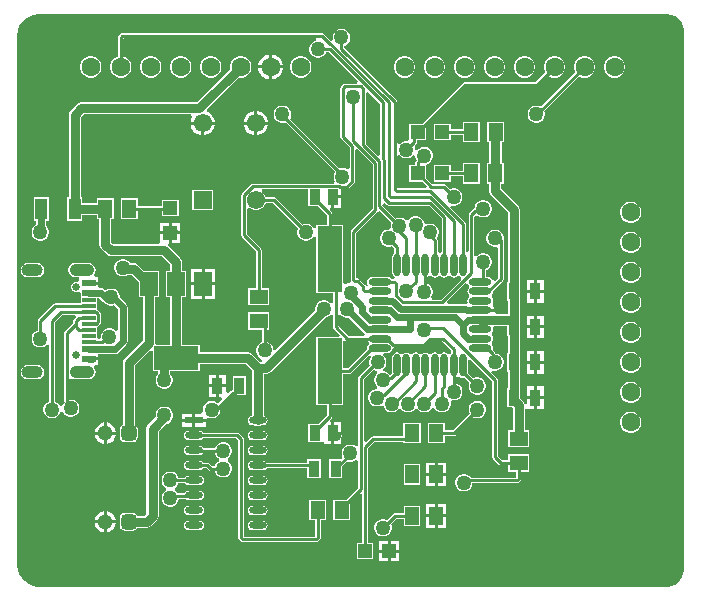
<source format=gtl>
G04*
G04 #@! TF.GenerationSoftware,Altium Limited,Altium Designer Develop,26.2.0 (10)*
G04*
G04 Layer_Physical_Order=1*
G04 Layer_Color=255*
%FSLAX44Y44*%
%MOMM*%
G71*
G04*
G04 #@! TF.SameCoordinates,717AC42B-03D0-4F6F-A9B9-6B288F40F31D*
G04*
G04*
G04 #@! TF.FilePolarity,Positive*
G04*
G01*
G75*
%ADD10C,0.6000*%
%ADD14R,1.1938X1.1938*%
%ADD15R,1.2552X1.5562*%
%ADD16R,1.5562X1.2552*%
%ADD17R,0.9500X1.4000*%
%ADD18O,0.6000X1.9500*%
%ADD19O,1.9500X0.6000*%
%ADD20R,1.5000X2.0000*%
%ADD21R,1.0000X1.8000*%
%ADD22R,3.8000X2.0000*%
%ADD23O,1.5000X0.6000*%
%ADD24R,1.1587X1.5082*%
%ADD25R,0.9500X1.3500*%
%ADD26R,1.2000X1.2000*%
%ADD27R,1.1500X0.6000*%
%ADD28R,1.5000X0.6000*%
%ADD29R,1.2000X1.2000*%
%ADD30R,1.1500X0.3000*%
%ADD31R,2.1000X5.6000*%
%ADD38C,1.5500*%
%ADD40R,1.5500X1.5500*%
%ADD41C,0.6500*%
G04:AMPARAMS|DCode=42|XSize=1mm|YSize=2.1mm|CornerRadius=0.5mm|HoleSize=0mm|Usage=FLASHONLY|Rotation=270.000|XOffset=0mm|YOffset=0mm|HoleType=Round|Shape=RoundedRectangle|*
%AMROUNDEDRECTD42*
21,1,1.0000,1.1000,0,0,270.0*
21,1,0.0000,2.1000,0,0,270.0*
1,1,1.0000,-0.5500,0.0000*
1,1,1.0000,-0.5500,0.0000*
1,1,1.0000,0.5500,0.0000*
1,1,1.0000,0.5500,0.0000*
%
%ADD42ROUNDEDRECTD42*%
G04:AMPARAMS|DCode=43|XSize=1mm|YSize=1.8mm|CornerRadius=0.5mm|HoleSize=0mm|Usage=FLASHONLY|Rotation=270.000|XOffset=0mm|YOffset=0mm|HoleType=Round|Shape=RoundedRectangle|*
%AMROUNDEDRECTD43*
21,1,1.0000,0.8000,0,0,270.0*
21,1,0.0000,1.8000,0,0,270.0*
1,1,1.0000,-0.4000,0.0000*
1,1,1.0000,-0.4000,0.0000*
1,1,1.0000,0.4000,0.0000*
1,1,1.0000,0.4000,0.0000*
%
%ADD43ROUNDEDRECTD43*%
%ADD45C,0.2540*%
%ADD46C,0.8000*%
%ADD47C,1.6000*%
G04:AMPARAMS|DCode=48|XSize=1.3mm|YSize=1.3mm|CornerRadius=0.325mm|HoleSize=0mm|Usage=FLASHONLY|Rotation=0.000|XOffset=0mm|YOffset=0mm|HoleType=Round|Shape=RoundedRectangle|*
%AMROUNDEDRECTD48*
21,1,1.3000,0.6500,0,0,0.0*
21,1,0.6500,1.3000,0,0,0.0*
1,1,0.6500,0.3250,-0.3250*
1,1,0.6500,-0.3250,-0.3250*
1,1,0.6500,-0.3250,0.3250*
1,1,0.6500,0.3250,0.3250*
%
%ADD48ROUNDEDRECTD48*%
%ADD49C,1.3000*%
%ADD50C,1.2700*%
G36*
X1225000Y1010000D02*
X1226477Y1010000D01*
X1229375Y1009424D01*
X1232105Y1008293D01*
X1234562Y1006651D01*
X1236651Y1004562D01*
X1238293Y1002105D01*
X1239424Y999375D01*
X1239924Y996857D01*
X1240000Y995002D01*
Y995000D01*
X1240000Y995000D01*
X1240000Y995000D01*
X1240000Y540000D01*
X1240000Y538523D01*
X1239424Y535625D01*
X1238293Y532895D01*
X1236651Y530438D01*
X1234562Y528349D01*
X1232105Y526707D01*
X1229375Y525576D01*
X1226857Y525075D01*
X1225000Y525000D01*
X1225000Y525000D01*
Y525000D01*
X695000D01*
X693030Y525000D01*
X689166Y525769D01*
X685526Y527276D01*
X682251Y529465D01*
X679465Y532251D01*
X677276Y535526D01*
X675769Y539166D01*
X675000Y543030D01*
X675000Y545000D01*
X675000Y545000D01*
X675000Y990000D01*
Y991970D01*
X675769Y995834D01*
X677276Y999473D01*
X679465Y1002749D01*
X682251Y1005535D01*
X685527Y1007724D01*
X689166Y1009231D01*
X693030Y1010000D01*
X695000D01*
Y1010000D01*
X1225000Y1010000D01*
D02*
G37*
%LPC*%
G36*
X950968Y997350D02*
X949032D01*
X947163Y996849D01*
X945487Y995882D01*
X944118Y994513D01*
X943151Y992837D01*
X942650Y990968D01*
Y989032D01*
X942865Y988230D01*
X941072Y987195D01*
X935118Y993149D01*
X934367Y993650D01*
X933482Y993827D01*
X764488D01*
X763602Y993650D01*
X762851Y993149D01*
X761363Y991661D01*
X760862Y990910D01*
X760686Y990024D01*
Y973697D01*
X759526Y973387D01*
X757474Y972202D01*
X755798Y970526D01*
X754613Y968474D01*
X754000Y966185D01*
Y963815D01*
X754613Y961526D01*
X755798Y959474D01*
X757474Y957798D01*
X759526Y956613D01*
X761815Y956000D01*
X764185D01*
X766474Y956613D01*
X768526Y957798D01*
X770202Y959474D01*
X771387Y961526D01*
X772000Y963815D01*
Y966185D01*
X771387Y968474D01*
X770202Y970526D01*
X768526Y972202D01*
X766474Y973387D01*
X765314Y973697D01*
Y989065D01*
X765447Y989198D01*
X928200D01*
X928464Y987198D01*
X927163Y986849D01*
X925487Y985882D01*
X924118Y984513D01*
X923151Y982837D01*
X922650Y980968D01*
Y979032D01*
X923151Y977163D01*
X924118Y975487D01*
X925487Y974118D01*
X927163Y973151D01*
X929032Y972650D01*
X930968D01*
X932837Y973151D01*
X934513Y974118D01*
X935882Y975487D01*
X936849Y977163D01*
X936989Y977685D01*
X939029D01*
X963981Y952733D01*
X963216Y950885D01*
X952868D01*
X951982Y950709D01*
X951231Y950207D01*
X949743Y948719D01*
X949242Y947968D01*
X949065Y947083D01*
Y905804D01*
X949242Y904919D01*
X949743Y904168D01*
X956993Y896918D01*
Y879188D01*
X955824Y878513D01*
X954993Y878272D01*
X953524Y879120D01*
X951655Y879620D01*
X949719D01*
X948073Y879179D01*
X906205Y921047D01*
X906849Y922163D01*
X907350Y924032D01*
Y925968D01*
X906849Y927837D01*
X905882Y929513D01*
X904513Y930882D01*
X902837Y931849D01*
X900968Y932350D01*
X899032D01*
X897163Y931849D01*
X895487Y930882D01*
X894118Y929513D01*
X893151Y927837D01*
X892650Y925968D01*
Y924032D01*
X893151Y922163D01*
X894118Y920487D01*
X895487Y919118D01*
X897163Y918151D01*
X899032Y917650D01*
X900968D01*
X902614Y918091D01*
X944482Y876223D01*
X943838Y875107D01*
X943337Y873238D01*
Y871303D01*
X943838Y869433D01*
X944473Y868335D01*
X943794Y866733D01*
X943400Y866335D01*
X874850D01*
X873964Y866158D01*
X873213Y865657D01*
X865843Y858287D01*
X865342Y857536D01*
X865165Y856650D01*
Y822343D01*
X865342Y821457D01*
X865843Y820707D01*
X877685Y808865D01*
Y777786D01*
X871219D01*
Y763233D01*
X888781D01*
Y777786D01*
X882315D01*
Y809823D01*
X882138Y810709D01*
X881637Y811460D01*
X869794Y823302D01*
Y845003D01*
X871795Y845831D01*
X872127Y845498D01*
X874123Y844346D01*
X876348Y843750D01*
X878652D01*
X880877Y844346D01*
X882873Y845498D01*
X884502Y847127D01*
X885654Y849123D01*
X885938Y850185D01*
X891541D01*
X913421Y828306D01*
X913151Y827837D01*
X912650Y825968D01*
Y824032D01*
X913151Y822163D01*
X914118Y820487D01*
X915487Y819118D01*
X917163Y818151D01*
X919032Y817650D01*
X920968D01*
X922837Y818151D01*
X924513Y819118D01*
X925882Y820487D01*
X926500Y821558D01*
X928500Y821022D01*
Y773500D01*
X942685D01*
Y765388D01*
X941525Y764825D01*
X940686Y764709D01*
X939513Y765882D01*
X937837Y766849D01*
X935968Y767350D01*
X934032D01*
X932163Y766849D01*
X930487Y765882D01*
X929118Y764513D01*
X928151Y762837D01*
X927650Y760968D01*
Y759032D01*
X927697Y758856D01*
X894350Y725508D01*
X893188Y725775D01*
X892272Y726259D01*
X891849Y727837D01*
X890882Y729513D01*
X889513Y730882D01*
X887837Y731849D01*
X887315Y731989D01*
Y742724D01*
X888781D01*
Y757276D01*
X871219D01*
Y742724D01*
X882685D01*
Y731989D01*
X882163Y731849D01*
X880487Y730882D01*
X879118Y729513D01*
X878151Y727837D01*
X877650Y725968D01*
Y724032D01*
X878151Y722163D01*
X879118Y720487D01*
X880487Y719118D01*
X882163Y718151D01*
X883033Y716580D01*
X883033Y715847D01*
X882494Y715412D01*
X881112D01*
X874418Y722105D01*
X872765Y723210D01*
X870814Y723598D01*
X830000D01*
Y729500D01*
X815098D01*
Y770500D01*
X818500D01*
Y792500D01*
X815098D01*
Y800000D01*
X814710Y801951D01*
X813605Y803605D01*
X803605Y813605D01*
X803073Y813960D01*
X803680Y815960D01*
X803730D01*
Y823230D01*
X796460D01*
Y817098D01*
X796460Y815960D01*
X794817Y815098D01*
X756798D01*
X755098Y816798D01*
Y836219D01*
X757276D01*
Y853781D01*
X742724D01*
Y850098D01*
X730000D01*
Y855000D01*
X729098D01*
Y922202D01*
X731798Y924902D01*
X822643D01*
X823737Y922902D01*
X822911Y921472D01*
X822210Y918855D01*
Y918770D01*
X832500D01*
X842790D01*
Y918855D01*
X842089Y921472D01*
X840734Y923818D01*
X838818Y925734D01*
X836634Y926995D01*
X836280Y927467D01*
X835856Y929047D01*
X862938Y956128D01*
X863415Y956000D01*
X865785D01*
X868074Y956613D01*
X870126Y957798D01*
X871802Y959474D01*
X872987Y961526D01*
X873600Y963815D01*
Y966185D01*
X872987Y968474D01*
X871802Y970526D01*
X870126Y972202D01*
X868074Y973387D01*
X865785Y974000D01*
X863415D01*
X861126Y973387D01*
X859074Y972202D01*
X857398Y970526D01*
X856213Y968474D01*
X855600Y966185D01*
Y963815D01*
X855728Y963338D01*
X827488Y935098D01*
X729686D01*
X727735Y934710D01*
X726081Y933605D01*
X720395Y927918D01*
X719290Y926265D01*
X718902Y924314D01*
Y855000D01*
X718000D01*
Y835000D01*
X730000D01*
Y839902D01*
X742724D01*
Y836219D01*
X744902D01*
Y814686D01*
X745290Y812735D01*
X746395Y811081D01*
X751081Y806395D01*
X752735Y805290D01*
X754686Y804902D01*
X797888D01*
X804902Y797888D01*
Y792500D01*
X801500D01*
Y770500D01*
X804902D01*
Y729500D01*
X793725D01*
X793694Y729507D01*
X792084Y731500D01*
X792098Y731571D01*
Y770500D01*
X795500D01*
Y792500D01*
X783992D01*
X783500Y792598D01*
X783112D01*
X778004Y797706D01*
X776350Y798811D01*
X774399Y799199D01*
X771063D01*
X770882Y799513D01*
X769513Y800882D01*
X767837Y801849D01*
X765968Y802350D01*
X764032D01*
X762163Y801849D01*
X760487Y800882D01*
X759118Y799513D01*
X758151Y797837D01*
X757650Y795968D01*
Y794032D01*
X758151Y792163D01*
X759118Y790487D01*
X760487Y789118D01*
X762163Y788151D01*
X764032Y787650D01*
X765968D01*
X767837Y788151D01*
X769313Y789003D01*
X772288D01*
X777395Y783895D01*
X778500Y783157D01*
Y770500D01*
X781902D01*
Y733683D01*
X766395Y718176D01*
X765290Y716522D01*
X764902Y714571D01*
Y662127D01*
X763686Y661314D01*
X762747Y659908D01*
X762417Y658250D01*
Y651750D01*
X762747Y650092D01*
X763686Y648686D01*
X765092Y647747D01*
X766750Y647417D01*
X773250D01*
X774908Y647747D01*
X776314Y648686D01*
X777253Y650092D01*
X777583Y651750D01*
Y658250D01*
X777253Y659908D01*
X776314Y661314D01*
X775098Y662127D01*
Y712459D01*
X788152Y725514D01*
X790000Y724748D01*
Y707500D01*
X794902D01*
Y705296D01*
X794118Y704513D01*
X793151Y702837D01*
X792650Y700968D01*
Y699032D01*
X793151Y697163D01*
X794118Y695487D01*
X795487Y694118D01*
X797163Y693151D01*
X799032Y692650D01*
X800968D01*
X802837Y693151D01*
X804513Y694118D01*
X805882Y695487D01*
X806849Y697163D01*
X807350Y699032D01*
Y700968D01*
X806849Y702837D01*
X805882Y704513D01*
X805098Y705296D01*
Y707500D01*
X830000D01*
Y713402D01*
X868702D01*
X873902Y708202D01*
Y669759D01*
X872939Y669568D01*
X871616Y668684D01*
X870732Y667361D01*
X870422Y665800D01*
X870732Y664239D01*
X871616Y662916D01*
X872939Y662032D01*
X874500Y661722D01*
X876104D01*
X877049Y661090D01*
X879000Y660702D01*
X880951Y661090D01*
X881896Y661722D01*
X883500D01*
X885061Y662032D01*
X886384Y662916D01*
X887268Y664239D01*
X887578Y665800D01*
X887268Y667361D01*
X886384Y668684D01*
X885061Y669568D01*
X884098Y669759D01*
Y705216D01*
X886365D01*
X888316Y705604D01*
X889970Y706709D01*
X935911Y752650D01*
X935968D01*
X937837Y753151D01*
X939513Y754118D01*
X940686Y755291D01*
X941525Y755175D01*
X942685Y754612D01*
Y745000D01*
X942862Y744114D01*
X943363Y743363D01*
X948379Y738348D01*
X947614Y736500D01*
X928500D01*
Y678500D01*
X937685D01*
Y670459D01*
X929977Y662750D01*
X921750D01*
Y647250D01*
X933250D01*
Y647250D01*
X935210Y647153D01*
Y645710D01*
X941230D01*
Y655000D01*
Y664290D01*
X940676D01*
X939911Y666138D01*
X941637Y667863D01*
X942138Y668614D01*
X942315Y669500D01*
Y678500D01*
X951500D01*
Y705185D01*
X956250D01*
X957136Y705362D01*
X957887Y705863D01*
X973920Y721897D01*
X973921Y721897D01*
X974198Y721814D01*
X974792Y719579D01*
X973824Y717903D01*
X973323Y716034D01*
Y714099D01*
X973824Y712229D01*
X973873Y712146D01*
X964823Y703097D01*
X964322Y702346D01*
X964146Y701460D01*
Y644512D01*
X962145Y643683D01*
X962052Y643777D01*
X960376Y644744D01*
X958507Y645245D01*
X956572D01*
X954702Y644744D01*
X953026Y643777D01*
X951658Y642408D01*
X950690Y640732D01*
X950189Y638863D01*
Y636928D01*
X950690Y635058D01*
X951091Y634364D01*
X949727Y633000D01*
X939250D01*
Y617000D01*
X950750D01*
Y627477D01*
X954460Y631186D01*
X954702Y631046D01*
X956572Y630545D01*
X958507D01*
X960376Y631046D01*
X962052Y632014D01*
X962145Y632107D01*
X964146Y631279D01*
Y608669D01*
X954258Y598781D01*
X942979D01*
Y581219D01*
X957531D01*
Y595508D01*
X965838Y603815D01*
X967685Y603049D01*
Y561969D01*
X962744D01*
Y548031D01*
X976682D01*
Y561969D01*
X972315D01*
Y642553D01*
X977447Y647685D01*
X1002469D01*
Y646219D01*
X1017021D01*
Y663781D01*
X1002469D01*
Y652315D01*
X976488D01*
X975602Y652138D01*
X974851Y651637D01*
X970622Y647408D01*
X968774Y648173D01*
Y700501D01*
X976983Y708710D01*
X977836Y708217D01*
X979678Y707724D01*
X979781Y707538D01*
X980233Y706478D01*
X980322Y705716D01*
X979118Y704513D01*
X978151Y702837D01*
X977650Y700968D01*
Y699032D01*
X978151Y697163D01*
X979118Y695487D01*
X980202Y694403D01*
X979968Y693240D01*
X979474Y692403D01*
X978898D01*
X977029Y691902D01*
X975353Y690935D01*
X973985Y689566D01*
X973017Y687890D01*
X972516Y686021D01*
Y684085D01*
X973017Y682216D01*
X973985Y680540D01*
X975353Y679172D01*
X977029Y678204D01*
X978898Y677703D01*
X980834D01*
X982703Y678204D01*
X983325Y678563D01*
X985564Y677741D01*
X985612Y677682D01*
X985751Y677163D01*
X986719Y675487D01*
X988087Y674118D01*
X989763Y673151D01*
X991632Y672650D01*
X993568D01*
X995437Y673151D01*
X997113Y674118D01*
X998245Y675251D01*
X999450Y675382D01*
X1000655Y675251D01*
X1001787Y674118D01*
X1003463Y673151D01*
X1005332Y672650D01*
X1007268D01*
X1009137Y673151D01*
X1010813Y674118D01*
X1011945Y675251D01*
X1013150Y675382D01*
X1014355Y675251D01*
X1015487Y674118D01*
X1017163Y673151D01*
X1019032Y672650D01*
X1020968D01*
X1022837Y673151D01*
X1024513Y674118D01*
X1025882Y675487D01*
X1026392Y676370D01*
X1028608D01*
X1029118Y675487D01*
X1030487Y674118D01*
X1032163Y673151D01*
X1034032Y672650D01*
X1035968D01*
X1037837Y673151D01*
X1039513Y674118D01*
X1040882Y675487D01*
X1041849Y677163D01*
X1042350Y679032D01*
Y680968D01*
X1042332Y681035D01*
X1043965Y682668D01*
X1044032Y682650D01*
X1045968D01*
X1047837Y683151D01*
X1049513Y684118D01*
X1050882Y685487D01*
X1051849Y687163D01*
X1052350Y689032D01*
Y690968D01*
X1051849Y692837D01*
X1050882Y694513D01*
X1049513Y695882D01*
X1047837Y696849D01*
X1047315Y696989D01*
Y702486D01*
X1047884Y702866D01*
X1050116D01*
X1051439Y701982D01*
X1053000Y701672D01*
X1054193Y701909D01*
X1058193Y697909D01*
X1058151Y697837D01*
X1057650Y695968D01*
Y694032D01*
X1058151Y692163D01*
X1059118Y690487D01*
X1060487Y689118D01*
X1062163Y688151D01*
X1064032Y687650D01*
X1065968D01*
X1067837Y688151D01*
X1069513Y689118D01*
X1070882Y690487D01*
X1071849Y692163D01*
X1072350Y694032D01*
Y695968D01*
X1071849Y697837D01*
X1070882Y699513D01*
X1069513Y700882D01*
X1067837Y701849D01*
X1065968Y702350D01*
X1064032D01*
X1062163Y701849D01*
X1061298Y701350D01*
X1057048Y705600D01*
X1057078Y705750D01*
Y716523D01*
X1059078Y717351D01*
X1077685Y698744D01*
Y635000D01*
X1077862Y634114D01*
X1078363Y633363D01*
X1083363Y628363D01*
X1084114Y627862D01*
X1085000Y627686D01*
X1091219D01*
Y622469D01*
X1097685D01*
Y617447D01*
X1097553Y617314D01*
X1059530D01*
X1059357Y617614D01*
X1057988Y618983D01*
X1056312Y619950D01*
X1054443Y620451D01*
X1052507D01*
X1050638Y619950D01*
X1048962Y618983D01*
X1047594Y617614D01*
X1046626Y615938D01*
X1046125Y614069D01*
Y612134D01*
X1046626Y610264D01*
X1047594Y608588D01*
X1048962Y607220D01*
X1050638Y606252D01*
X1052507Y605751D01*
X1054443D01*
X1056312Y606252D01*
X1057988Y607220D01*
X1059357Y608588D01*
X1060324Y610264D01*
X1060825Y612134D01*
Y612686D01*
X1098512D01*
X1099398Y612862D01*
X1100149Y613363D01*
X1101637Y614851D01*
X1102138Y615602D01*
X1102315Y616488D01*
Y622469D01*
X1108781D01*
Y637021D01*
X1091219D01*
Y632314D01*
X1085959D01*
X1082315Y635959D01*
Y699703D01*
X1082138Y700589D01*
X1081637Y701339D01*
X1076798Y706178D01*
X1077833Y707971D01*
X1079032Y707650D01*
X1080968D01*
X1082837Y708151D01*
X1084513Y709118D01*
X1085882Y710487D01*
X1086849Y712163D01*
X1087350Y714032D01*
Y715968D01*
X1086849Y717837D01*
X1085882Y719513D01*
X1084513Y720882D01*
X1082837Y721849D01*
X1080968Y722350D01*
X1080352D01*
X1080194Y723143D01*
X1079693Y723894D01*
X1078039Y725547D01*
X1078328Y727000D01*
X1078018Y728561D01*
X1077134Y729884D01*
Y732116D01*
X1078018Y733439D01*
X1078328Y735000D01*
X1078018Y736561D01*
X1077134Y737884D01*
Y740116D01*
X1078018Y741439D01*
X1078328Y743000D01*
X1078149Y743902D01*
X1079137Y745555D01*
X1079527Y745902D01*
X1089888D01*
X1090000Y745790D01*
Y737000D01*
X1090652D01*
Y723000D01*
X1090000D01*
Y707000D01*
X1090652D01*
Y693000D01*
X1090000D01*
Y677000D01*
X1094290D01*
X1094902Y676388D01*
Y657531D01*
X1091219D01*
Y642979D01*
X1108781D01*
Y657531D01*
X1105098D01*
Y675127D01*
X1106960Y675460D01*
X1107098Y675460D01*
X1112980D01*
Y683730D01*
X1106960D01*
Y679391D01*
X1104960Y679194D01*
X1104710Y680451D01*
X1103605Y682105D01*
X1101500Y684210D01*
Y693000D01*
X1100848D01*
Y707000D01*
X1101500D01*
Y723000D01*
X1100848D01*
Y737000D01*
X1101500D01*
Y753000D01*
X1100848D01*
Y767000D01*
X1101500D01*
Y783000D01*
X1100848D01*
Y844250D01*
X1100460Y846201D01*
X1099355Y847855D01*
X1085353Y861857D01*
Y866219D01*
X1087531D01*
Y883781D01*
X1085480D01*
Y901219D01*
X1087786D01*
Y918781D01*
X1073233D01*
Y901219D01*
X1075284D01*
Y883781D01*
X1072979D01*
Y866219D01*
X1075157D01*
Y859745D01*
X1075545Y857794D01*
X1076650Y856140D01*
X1090652Y842138D01*
Y783000D01*
X1090000D01*
Y767000D01*
X1090652D01*
Y756098D01*
X1081196D01*
X1079991Y757730D01*
X1067500D01*
Y760270D01*
X1079646D01*
X1079469Y761162D01*
X1078244Y762994D01*
X1078018Y765439D01*
X1078328Y767000D01*
X1078018Y768561D01*
X1077134Y769884D01*
Y772116D01*
X1078018Y773439D01*
X1078328Y775000D01*
X1078195Y775672D01*
X1086637Y784113D01*
X1087138Y784864D01*
X1087315Y785750D01*
Y818512D01*
X1087270Y818735D01*
X1087350Y819032D01*
Y820968D01*
X1086849Y822837D01*
X1085882Y824513D01*
X1084513Y825882D01*
X1082837Y826849D01*
X1080968Y827350D01*
X1079032D01*
X1077163Y826849D01*
X1075487Y825882D01*
X1074118Y824513D01*
X1073151Y822837D01*
X1072650Y820968D01*
Y819032D01*
X1073151Y817163D01*
X1074118Y815487D01*
X1075487Y814118D01*
X1077163Y813151D01*
X1079032Y812650D01*
X1080968D01*
X1081099Y812685D01*
X1082685Y811468D01*
Y786709D01*
X1080137Y784160D01*
X1078270Y784513D01*
X1077894Y784746D01*
X1077134Y785884D01*
X1075811Y786768D01*
X1074250Y787078D01*
X1072315D01*
Y793011D01*
X1072837Y793151D01*
X1074513Y794118D01*
X1075882Y795487D01*
X1076849Y797163D01*
X1077350Y799032D01*
Y800968D01*
X1076849Y802837D01*
X1075882Y804513D01*
X1074513Y805882D01*
X1072837Y806849D01*
X1070968Y807350D01*
X1069032D01*
X1067163Y806849D01*
X1065487Y805882D01*
X1064314Y804709D01*
X1063475Y804825D01*
X1062315Y805388D01*
Y837430D01*
X1064214Y839283D01*
X1065353Y839252D01*
X1065487Y839118D01*
X1067163Y838151D01*
X1069032Y837650D01*
X1070968D01*
X1072837Y838151D01*
X1074513Y839118D01*
X1075882Y840487D01*
X1076849Y842163D01*
X1077350Y844032D01*
Y845968D01*
X1076849Y847837D01*
X1075882Y849513D01*
X1074513Y850882D01*
X1072837Y851849D01*
X1070968Y852350D01*
X1069032D01*
X1067163Y851849D01*
X1065487Y850882D01*
X1064118Y849513D01*
X1063151Y847837D01*
X1062650Y845968D01*
Y845290D01*
X1062170Y845194D01*
X1061419Y844693D01*
X1058363Y841637D01*
X1057862Y840886D01*
X1057685Y840000D01*
Y809896D01*
X1055957Y808717D01*
X1055686Y808734D01*
X1055314Y809235D01*
Y832000D01*
X1055138Y832886D01*
X1054637Y833637D01*
X1042204Y846069D01*
X1043239Y847863D01*
X1044032Y847650D01*
X1045968D01*
X1047837Y848151D01*
X1049513Y849118D01*
X1050882Y850487D01*
X1051849Y852163D01*
X1052350Y854032D01*
Y855968D01*
X1051849Y857837D01*
X1050882Y859513D01*
X1049513Y860882D01*
X1047837Y861849D01*
X1045968Y862350D01*
X1044032D01*
X1042163Y861849D01*
X1041694Y861579D01*
X1038030Y865244D01*
X1037279Y865745D01*
X1036393Y865921D01*
X1026852D01*
X1021500Y871273D01*
Y882000D01*
X1022987Y883238D01*
X1024513Y884118D01*
X1025882Y885487D01*
X1026849Y887163D01*
X1027350Y889032D01*
Y890968D01*
X1026849Y892837D01*
X1025882Y894513D01*
X1024513Y895882D01*
X1022837Y896849D01*
X1020968Y897350D01*
X1019032D01*
X1017163Y896849D01*
X1015487Y895882D01*
X1014350Y894744D01*
X1013383Y894903D01*
X1012350Y895450D01*
Y895968D01*
X1011849Y897837D01*
X1011579Y898306D01*
X1013315Y900041D01*
X1013816Y900792D01*
X1013992Y901678D01*
Y903000D01*
X1021500D01*
Y913727D01*
X1055459Y947685D01*
X1115400D01*
X1116286Y947862D01*
X1117037Y948363D01*
X1125887Y957214D01*
X1126926Y956613D01*
X1129215Y956000D01*
X1131585D01*
X1133874Y956613D01*
X1135926Y957798D01*
X1137602Y959474D01*
X1138787Y961526D01*
X1139400Y963815D01*
Y966185D01*
X1138787Y968474D01*
X1137602Y970526D01*
X1135926Y972202D01*
X1133874Y973387D01*
X1131585Y974000D01*
X1129215D01*
X1126926Y973387D01*
X1124874Y972202D01*
X1123198Y970526D01*
X1122013Y968474D01*
X1121400Y966185D01*
Y963815D01*
X1122013Y961526D01*
X1122614Y960487D01*
X1114441Y952315D01*
X1054500D01*
X1053614Y952138D01*
X1052863Y951637D01*
X1018227Y917000D01*
X1007500D01*
Y904010D01*
X1006073Y902464D01*
X1005769Y902350D01*
X1004032D01*
X1002163Y901849D01*
X1000487Y900882D01*
X999314Y899709D01*
X998475Y899825D01*
X997315Y900388D01*
Y935000D01*
X997138Y935886D01*
X996637Y936637D01*
X952315Y980959D01*
Y983011D01*
X952837Y983151D01*
X954513Y984118D01*
X955882Y985487D01*
X956849Y987163D01*
X957350Y989032D01*
Y990968D01*
X956849Y992837D01*
X955882Y994513D01*
X954513Y995882D01*
X952837Y996849D01*
X950968Y997350D01*
D02*
G37*
G36*
X891388Y975540D02*
X891270D01*
Y966270D01*
X900540D01*
Y966388D01*
X899822Y969068D01*
X898434Y971472D01*
X896472Y973434D01*
X894068Y974822D01*
X891388Y975540D01*
D02*
G37*
G36*
X888730D02*
X888612D01*
X885932Y974822D01*
X883528Y973434D01*
X881566Y971472D01*
X880178Y969068D01*
X879460Y966388D01*
Y966270D01*
X888730D01*
Y975540D01*
D02*
G37*
G36*
X1182385Y974000D02*
X1180015D01*
X1177726Y973387D01*
X1175674Y972202D01*
X1173998Y970526D01*
X1172813Y968474D01*
X1172200Y966185D01*
Y963815D01*
X1172813Y961526D01*
X1173998Y959474D01*
X1175674Y957798D01*
X1177726Y956613D01*
X1180015Y956000D01*
X1182385D01*
X1184674Y956613D01*
X1186726Y957798D01*
X1188402Y959474D01*
X1189587Y961526D01*
X1190200Y963815D01*
Y966185D01*
X1189587Y968474D01*
X1188402Y970526D01*
X1186726Y972202D01*
X1184674Y973387D01*
X1182385Y974000D01*
D02*
G37*
G36*
X1156985D02*
X1154615D01*
X1152326Y973387D01*
X1150274Y972202D01*
X1148598Y970526D01*
X1147413Y968474D01*
X1146800Y966185D01*
Y963815D01*
X1147413Y961526D01*
X1148014Y960487D01*
X1118813Y931286D01*
X1117837Y931849D01*
X1115968Y932350D01*
X1114032D01*
X1112163Y931849D01*
X1110487Y930882D01*
X1109118Y929513D01*
X1108151Y927837D01*
X1107650Y925968D01*
Y924032D01*
X1108151Y922163D01*
X1109118Y920487D01*
X1110487Y919118D01*
X1112163Y918151D01*
X1114032Y917650D01*
X1115968D01*
X1117837Y918151D01*
X1119513Y919118D01*
X1120882Y920487D01*
X1121849Y922163D01*
X1122350Y924032D01*
Y925968D01*
X1121862Y927789D01*
X1151287Y957214D01*
X1152326Y956613D01*
X1154615Y956000D01*
X1156985D01*
X1159274Y956613D01*
X1161326Y957798D01*
X1163002Y959474D01*
X1164187Y961526D01*
X1164800Y963815D01*
Y966185D01*
X1164187Y968474D01*
X1163002Y970526D01*
X1161326Y972202D01*
X1159274Y973387D01*
X1156985Y974000D01*
D02*
G37*
G36*
X1106185D02*
X1103815D01*
X1101526Y973387D01*
X1099474Y972202D01*
X1097798Y970526D01*
X1096613Y968474D01*
X1096000Y966185D01*
Y963815D01*
X1096613Y961526D01*
X1097798Y959474D01*
X1099474Y957798D01*
X1101526Y956613D01*
X1103815Y956000D01*
X1106185D01*
X1108474Y956613D01*
X1110526Y957798D01*
X1112202Y959474D01*
X1113387Y961526D01*
X1114000Y963815D01*
Y966185D01*
X1113387Y968474D01*
X1112202Y970526D01*
X1110526Y972202D01*
X1108474Y973387D01*
X1106185Y974000D01*
D02*
G37*
G36*
X1080785D02*
X1078415D01*
X1076126Y973387D01*
X1074074Y972202D01*
X1072398Y970526D01*
X1071213Y968474D01*
X1070600Y966185D01*
Y963815D01*
X1071213Y961526D01*
X1072398Y959474D01*
X1074074Y957798D01*
X1076126Y956613D01*
X1078415Y956000D01*
X1080785D01*
X1083074Y956613D01*
X1085126Y957798D01*
X1086802Y959474D01*
X1087987Y961526D01*
X1088600Y963815D01*
Y966185D01*
X1087987Y968474D01*
X1086802Y970526D01*
X1085126Y972202D01*
X1083074Y973387D01*
X1080785Y974000D01*
D02*
G37*
G36*
X1055385D02*
X1053015D01*
X1050726Y973387D01*
X1048674Y972202D01*
X1046998Y970526D01*
X1045813Y968474D01*
X1045200Y966185D01*
Y963815D01*
X1045813Y961526D01*
X1046998Y959474D01*
X1048674Y957798D01*
X1050726Y956613D01*
X1053015Y956000D01*
X1055385D01*
X1057674Y956613D01*
X1059726Y957798D01*
X1061402Y959474D01*
X1062587Y961526D01*
X1063200Y963815D01*
Y966185D01*
X1062587Y968474D01*
X1061402Y970526D01*
X1059726Y972202D01*
X1057674Y973387D01*
X1055385Y974000D01*
D02*
G37*
G36*
X1029985D02*
X1027615D01*
X1025326Y973387D01*
X1023274Y972202D01*
X1021598Y970526D01*
X1020413Y968474D01*
X1019800Y966185D01*
Y963815D01*
X1020413Y961526D01*
X1021598Y959474D01*
X1023274Y957798D01*
X1025326Y956613D01*
X1027615Y956000D01*
X1029985D01*
X1032274Y956613D01*
X1034326Y957798D01*
X1036002Y959474D01*
X1037187Y961526D01*
X1037800Y963815D01*
Y966185D01*
X1037187Y968474D01*
X1036002Y970526D01*
X1034326Y972202D01*
X1032274Y973387D01*
X1029985Y974000D01*
D02*
G37*
G36*
X1004585D02*
X1002215D01*
X999926Y973387D01*
X997874Y972202D01*
X996198Y970526D01*
X995013Y968474D01*
X994400Y966185D01*
Y963815D01*
X995013Y961526D01*
X996198Y959474D01*
X997874Y957798D01*
X999926Y956613D01*
X1002215Y956000D01*
X1004585D01*
X1006874Y956613D01*
X1008926Y957798D01*
X1010602Y959474D01*
X1011787Y961526D01*
X1012400Y963815D01*
Y966185D01*
X1011787Y968474D01*
X1010602Y970526D01*
X1008926Y972202D01*
X1006874Y973387D01*
X1004585Y974000D01*
D02*
G37*
G36*
X916585D02*
X914215D01*
X911926Y973387D01*
X909874Y972202D01*
X908198Y970526D01*
X907013Y968474D01*
X906400Y966185D01*
Y963815D01*
X907013Y961526D01*
X908198Y959474D01*
X909874Y957798D01*
X911926Y956613D01*
X914215Y956000D01*
X916585D01*
X918874Y956613D01*
X920926Y957798D01*
X922602Y959474D01*
X923787Y961526D01*
X924400Y963815D01*
Y966185D01*
X923787Y968474D01*
X922602Y970526D01*
X920926Y972202D01*
X918874Y973387D01*
X916585Y974000D01*
D02*
G37*
G36*
X840385D02*
X838015D01*
X835726Y973387D01*
X833674Y972202D01*
X831998Y970526D01*
X830813Y968474D01*
X830200Y966185D01*
Y963815D01*
X830813Y961526D01*
X831998Y959474D01*
X833674Y957798D01*
X835726Y956613D01*
X838015Y956000D01*
X840385D01*
X842674Y956613D01*
X844726Y957798D01*
X846402Y959474D01*
X847587Y961526D01*
X848200Y963815D01*
Y966185D01*
X847587Y968474D01*
X846402Y970526D01*
X844726Y972202D01*
X842674Y973387D01*
X840385Y974000D01*
D02*
G37*
G36*
X814985D02*
X812615D01*
X810326Y973387D01*
X808274Y972202D01*
X806598Y970526D01*
X805413Y968474D01*
X804800Y966185D01*
Y963815D01*
X805413Y961526D01*
X806598Y959474D01*
X808274Y957798D01*
X810326Y956613D01*
X812615Y956000D01*
X814985D01*
X817274Y956613D01*
X819326Y957798D01*
X821002Y959474D01*
X822187Y961526D01*
X822800Y963815D01*
Y966185D01*
X822187Y968474D01*
X821002Y970526D01*
X819326Y972202D01*
X817274Y973387D01*
X814985Y974000D01*
D02*
G37*
G36*
X789585D02*
X787215D01*
X784926Y973387D01*
X782874Y972202D01*
X781198Y970526D01*
X780013Y968474D01*
X779400Y966185D01*
Y963815D01*
X780013Y961526D01*
X781198Y959474D01*
X782874Y957798D01*
X784926Y956613D01*
X787215Y956000D01*
X789585D01*
X791874Y956613D01*
X793926Y957798D01*
X795602Y959474D01*
X796787Y961526D01*
X797400Y963815D01*
Y966185D01*
X796787Y968474D01*
X795602Y970526D01*
X793926Y972202D01*
X791874Y973387D01*
X789585Y974000D01*
D02*
G37*
G36*
X738785D02*
X736415D01*
X734126Y973387D01*
X732074Y972202D01*
X730398Y970526D01*
X729213Y968474D01*
X728600Y966185D01*
Y963815D01*
X729213Y961526D01*
X730398Y959474D01*
X732074Y957798D01*
X734126Y956613D01*
X736415Y956000D01*
X738785D01*
X741074Y956613D01*
X743126Y957798D01*
X744802Y959474D01*
X745987Y961526D01*
X746600Y963815D01*
Y966185D01*
X745987Y968474D01*
X744802Y970526D01*
X743126Y972202D01*
X741074Y973387D01*
X738785Y974000D01*
D02*
G37*
G36*
X900540Y963730D02*
X891270D01*
Y954460D01*
X891388D01*
X894068Y955178D01*
X896472Y956566D01*
X898434Y958528D01*
X899822Y960932D01*
X900540Y963612D01*
Y963730D01*
D02*
G37*
G36*
X888730D02*
X879460D01*
Y963612D01*
X880178Y960932D01*
X881566Y958528D01*
X883528Y956566D01*
X885932Y955178D01*
X888612Y954460D01*
X888730D01*
Y963730D01*
D02*
G37*
G36*
X878855Y927790D02*
X878770D01*
Y918770D01*
X887790D01*
Y918855D01*
X887089Y921472D01*
X885734Y923818D01*
X883818Y925734D01*
X881472Y927089D01*
X878855Y927790D01*
D02*
G37*
G36*
X876230D02*
X876145D01*
X873528Y927089D01*
X871182Y925734D01*
X869266Y923818D01*
X867911Y921472D01*
X867210Y918855D01*
Y918770D01*
X876230D01*
Y927790D01*
D02*
G37*
G36*
X1067276Y918781D02*
X1052724D01*
Y912315D01*
X1042500D01*
Y917000D01*
X1028500D01*
Y903000D01*
X1042500D01*
Y907685D01*
X1052724D01*
Y901219D01*
X1067276D01*
Y918781D01*
D02*
G37*
G36*
X887790Y916230D02*
X878770D01*
Y907210D01*
X878855D01*
X881472Y907911D01*
X883818Y909266D01*
X885734Y911182D01*
X887089Y913528D01*
X887790Y916145D01*
Y916230D01*
D02*
G37*
G36*
X876230D02*
X867210D01*
Y916145D01*
X867911Y913528D01*
X869266Y911182D01*
X871182Y909266D01*
X873528Y907911D01*
X876145Y907210D01*
X876230D01*
Y916230D01*
D02*
G37*
G36*
X842790D02*
X833770D01*
Y907210D01*
X833855D01*
X836472Y907911D01*
X838818Y909266D01*
X840734Y911182D01*
X842089Y913528D01*
X842790Y916145D01*
Y916230D01*
D02*
G37*
G36*
X831230D02*
X822210D01*
Y916145D01*
X822911Y913528D01*
X824266Y911182D01*
X826182Y909266D01*
X828528Y907911D01*
X831145Y907210D01*
X831230D01*
Y916230D01*
D02*
G37*
G36*
X1067021Y883781D02*
X1052469D01*
Y877315D01*
X1042500D01*
Y882000D01*
X1028500D01*
Y868000D01*
X1042500D01*
Y872685D01*
X1052469D01*
Y866219D01*
X1067021D01*
Y883781D01*
D02*
G37*
G36*
X841250Y861250D02*
X823750D01*
Y843750D01*
X841250D01*
Y861250D01*
D02*
G37*
G36*
X777786Y853781D02*
X763233D01*
Y836219D01*
X777786D01*
Y842685D01*
X798000D01*
Y838500D01*
X812000D01*
Y852500D01*
X798000D01*
Y847315D01*
X777786D01*
Y853781D01*
D02*
G37*
G36*
X1196185Y851000D02*
X1193815D01*
X1191526Y850387D01*
X1189474Y849202D01*
X1187798Y847526D01*
X1186613Y845474D01*
X1186000Y843185D01*
Y840815D01*
X1186613Y838526D01*
X1187798Y836474D01*
X1189474Y834798D01*
X1191526Y833613D01*
X1193815Y833000D01*
X1196185D01*
X1198474Y833613D01*
X1200526Y834798D01*
X1202202Y836474D01*
X1203387Y838526D01*
X1204000Y840815D01*
Y843185D01*
X1203387Y845474D01*
X1202202Y847526D01*
X1200526Y849202D01*
X1198474Y850387D01*
X1196185Y851000D01*
D02*
G37*
G36*
X813540Y833040D02*
X806270D01*
Y825770D01*
X813540D01*
Y833040D01*
D02*
G37*
G36*
X803730D02*
X796460D01*
Y825770D01*
X803730D01*
Y833040D01*
D02*
G37*
G36*
X702000Y855000D02*
X690000D01*
Y835000D01*
X691422D01*
Y831421D01*
X690487Y830882D01*
X689118Y829513D01*
X688151Y827837D01*
X687650Y825968D01*
Y824032D01*
X688151Y822163D01*
X689118Y820487D01*
X690487Y819118D01*
X692163Y818151D01*
X694032Y817650D01*
X695968D01*
X697837Y818151D01*
X699513Y819118D01*
X700882Y820487D01*
X701849Y822163D01*
X702350Y824032D01*
Y825968D01*
X701849Y827837D01*
X700882Y829513D01*
X699578Y830816D01*
Y835000D01*
X702000D01*
Y855000D01*
D02*
G37*
G36*
X813540Y823230D02*
X806270D01*
Y815960D01*
X813540D01*
Y823230D01*
D02*
G37*
G36*
X1196185Y825600D02*
X1193815D01*
X1191526Y824987D01*
X1189474Y823802D01*
X1187798Y822126D01*
X1186613Y820074D01*
X1186000Y817785D01*
Y815415D01*
X1186613Y813126D01*
X1187798Y811074D01*
X1189474Y809398D01*
X1191526Y808213D01*
X1193815Y807600D01*
X1196185D01*
X1198474Y808213D01*
X1200526Y809398D01*
X1202202Y811074D01*
X1203387Y813126D01*
X1204000Y815415D01*
Y817785D01*
X1203387Y820074D01*
X1202202Y822126D01*
X1200526Y823802D01*
X1198474Y824987D01*
X1196185Y825600D01*
D02*
G37*
G36*
X692350Y799317D02*
X684350D01*
X682009Y798852D01*
X680024Y797526D01*
X678698Y795541D01*
X678232Y793200D01*
X678698Y790859D01*
X680024Y788874D01*
X682009Y787548D01*
X684350Y787082D01*
X692350D01*
X694691Y787548D01*
X696676Y788874D01*
X698002Y790859D01*
X698467Y793200D01*
X698002Y795541D01*
X696676Y797526D01*
X694691Y798852D01*
X692350Y799317D01*
D02*
G37*
G36*
X843040Y794040D02*
X834270D01*
Y782770D01*
X843040D01*
Y794040D01*
D02*
G37*
G36*
X831730D02*
X822960D01*
Y782770D01*
X831730D01*
Y794040D01*
D02*
G37*
G36*
X1196185Y800200D02*
X1193815D01*
X1191526Y799587D01*
X1189474Y798402D01*
X1187798Y796726D01*
X1186613Y794674D01*
X1186000Y792385D01*
Y790015D01*
X1186613Y787726D01*
X1187798Y785674D01*
X1189474Y783998D01*
X1191526Y782813D01*
X1193815Y782200D01*
X1196185D01*
X1198474Y782813D01*
X1200526Y783998D01*
X1202202Y785674D01*
X1203387Y787726D01*
X1204000Y790015D01*
Y792385D01*
X1203387Y794674D01*
X1202202Y796726D01*
X1200526Y798402D01*
X1198474Y799587D01*
X1196185Y800200D01*
D02*
G37*
G36*
X1121540Y784540D02*
X1115520D01*
Y776270D01*
X1121540D01*
Y784540D01*
D02*
G37*
G36*
X1112980D02*
X1106960D01*
Y776270D01*
X1112980D01*
Y784540D01*
D02*
G37*
G36*
X843040Y780230D02*
X834270D01*
Y768960D01*
X843040D01*
Y780230D01*
D02*
G37*
G36*
X831730D02*
X822960D01*
Y768960D01*
X831730D01*
Y780230D01*
D02*
G37*
G36*
X1121540Y773730D02*
X1115520D01*
Y765460D01*
X1121540D01*
Y773730D01*
D02*
G37*
G36*
X1112980D02*
X1106960D01*
Y765460D01*
X1112980D01*
Y773730D01*
D02*
G37*
G36*
X1196185Y774800D02*
X1193815D01*
X1191526Y774187D01*
X1189474Y773002D01*
X1187798Y771326D01*
X1186613Y769274D01*
X1186000Y766985D01*
Y764615D01*
X1186613Y762326D01*
X1187798Y760274D01*
X1189474Y758598D01*
X1191526Y757413D01*
X1193815Y756800D01*
X1196185D01*
X1198474Y757413D01*
X1200526Y758598D01*
X1202202Y760274D01*
X1203387Y762326D01*
X1204000Y764615D01*
Y766985D01*
X1203387Y769274D01*
X1202202Y771326D01*
X1200526Y773002D01*
X1198474Y774187D01*
X1196185Y774800D01*
D02*
G37*
G36*
X1121540Y754540D02*
X1115520D01*
Y746270D01*
X1121540D01*
Y754540D01*
D02*
G37*
G36*
X1112980D02*
X1106960D01*
Y746270D01*
X1112980D01*
Y754540D01*
D02*
G37*
G36*
X1121540Y743730D02*
X1115520D01*
Y735460D01*
X1121540D01*
Y743730D01*
D02*
G37*
G36*
X1112980D02*
X1106960D01*
Y735460D01*
X1112980D01*
Y743730D01*
D02*
G37*
G36*
X1196185Y749400D02*
X1193815D01*
X1191526Y748787D01*
X1189474Y747602D01*
X1187798Y745926D01*
X1186613Y743874D01*
X1186000Y741585D01*
Y739215D01*
X1186613Y736926D01*
X1187798Y734874D01*
X1189474Y733198D01*
X1191526Y732013D01*
X1193815Y731400D01*
X1196185D01*
X1198474Y732013D01*
X1200526Y733198D01*
X1202202Y734874D01*
X1203387Y736926D01*
X1204000Y739215D01*
Y741585D01*
X1203387Y743874D01*
X1202202Y745926D01*
X1200526Y747602D01*
X1198474Y748787D01*
X1196185Y749400D01*
D02*
G37*
G36*
X735650Y799317D02*
X724650D01*
X722309Y798852D01*
X720324Y797526D01*
X718998Y795541D01*
X718532Y793200D01*
X718998Y790859D01*
X720324Y788874D01*
X722309Y787548D01*
X724650Y787082D01*
X727610D01*
Y784646D01*
X725995Y783150D01*
X724305D01*
X722742Y782503D01*
X721547Y781307D01*
X720900Y779745D01*
Y778055D01*
X721547Y776493D01*
X722742Y775297D01*
X724305Y774650D01*
X725995D01*
X727150Y775128D01*
X728535Y774538D01*
X729150Y774061D01*
Y772000D01*
X729150Y770000D01*
X729150D01*
Y770000D01*
X729150D01*
Y764815D01*
X707500D01*
X706614Y764638D01*
X705863Y764137D01*
X693363Y751637D01*
X692862Y750886D01*
X692685Y750000D01*
Y741989D01*
X692163Y741849D01*
X690487Y740882D01*
X689118Y739513D01*
X688151Y737837D01*
X687650Y735968D01*
Y734032D01*
X688151Y732163D01*
X689118Y730487D01*
X690487Y729118D01*
X692163Y728151D01*
X694032Y727650D01*
X695968D01*
X697837Y728151D01*
X699513Y729118D01*
X700686Y730291D01*
X701525Y730175D01*
X702685Y729612D01*
Y681989D01*
X702163Y681849D01*
X700487Y680882D01*
X699118Y679513D01*
X698151Y677837D01*
X697650Y675968D01*
Y674032D01*
X698151Y672163D01*
X699118Y670487D01*
X700487Y669118D01*
X702163Y668151D01*
X704032Y667650D01*
X705968D01*
X707837Y668151D01*
X709513Y669118D01*
X710882Y670487D01*
X711849Y672163D01*
X711958Y672569D01*
X712371Y672714D01*
X714072Y672731D01*
X714761Y671537D01*
X716130Y670168D01*
X717805Y669201D01*
X719675Y668700D01*
X721610D01*
X723480Y669201D01*
X725155Y670168D01*
X726524Y671537D01*
X727492Y673213D01*
X727992Y675082D01*
Y677017D01*
X727492Y678887D01*
X726524Y680563D01*
X725155Y681931D01*
X723480Y682899D01*
X721610Y683400D01*
X719874D01*
X719694Y683579D01*
Y700490D01*
X721694Y701559D01*
X722309Y701148D01*
X724650Y700683D01*
X735650D01*
X737991Y701148D01*
X739976Y702474D01*
X741302Y704459D01*
X741768Y706800D01*
X741302Y709141D01*
X740421Y710460D01*
X741303Y712457D01*
X741307Y712460D01*
X744190D01*
Y716730D01*
X735900D01*
Y719270D01*
X744190D01*
Y721922D01*
X758150D01*
X758150Y721922D01*
X759711Y722232D01*
X761034Y723116D01*
X767884Y729966D01*
X768768Y731289D01*
X769078Y732850D01*
X769078Y732850D01*
Y761485D01*
X768768Y763046D01*
X767884Y764369D01*
X767884Y764369D01*
X762350Y769903D01*
Y770968D01*
X761849Y772837D01*
X760882Y774513D01*
X759513Y775882D01*
X757837Y776849D01*
X755968Y777350D01*
X754032D01*
X752163Y776849D01*
X750487Y775882D01*
X750187Y775581D01*
X748884Y776884D01*
X747561Y777768D01*
X746000Y778078D01*
X744190Y778451D01*
Y780730D01*
X735900D01*
Y783270D01*
X744190D01*
Y787540D01*
X741307D01*
X741303Y787543D01*
X740421Y789540D01*
X741302Y790859D01*
X741768Y793200D01*
X741302Y795541D01*
X739976Y797526D01*
X737991Y798852D01*
X735650Y799317D01*
D02*
G37*
G36*
X1121540Y724540D02*
X1115520D01*
Y716270D01*
X1121540D01*
Y724540D01*
D02*
G37*
G36*
X1112980D02*
X1106960D01*
Y716270D01*
X1112980D01*
Y724540D01*
D02*
G37*
G36*
X1196185Y724000D02*
X1193815D01*
X1191526Y723387D01*
X1189474Y722202D01*
X1187798Y720526D01*
X1186613Y718474D01*
X1186000Y716185D01*
Y713815D01*
X1186613Y711526D01*
X1187798Y709474D01*
X1189474Y707798D01*
X1191526Y706613D01*
X1193815Y706000D01*
X1196185D01*
X1198474Y706613D01*
X1200526Y707798D01*
X1202202Y709474D01*
X1203387Y711526D01*
X1204000Y713815D01*
Y716185D01*
X1203387Y718474D01*
X1202202Y720526D01*
X1200526Y722202D01*
X1198474Y723387D01*
X1196185Y724000D01*
D02*
G37*
G36*
X1121540Y713730D02*
X1115520D01*
Y705460D01*
X1121540D01*
Y713730D01*
D02*
G37*
G36*
X1112980D02*
X1106960D01*
Y705460D01*
X1112980D01*
Y713730D01*
D02*
G37*
G36*
X692350Y712917D02*
X684350D01*
X682009Y712452D01*
X680024Y711126D01*
X678698Y709141D01*
X678232Y706800D01*
X678698Y704459D01*
X680024Y702474D01*
X682009Y701148D01*
X684350Y700683D01*
X692350D01*
X694691Y701148D01*
X696676Y702474D01*
X698002Y704459D01*
X698467Y706800D01*
X698002Y709141D01*
X696676Y711126D01*
X694691Y712452D01*
X692350Y712917D01*
D02*
G37*
G36*
X852290Y704540D02*
X846270D01*
Y696270D01*
X852290D01*
Y704540D01*
D02*
G37*
G36*
X843730D02*
X837710D01*
Y696270D01*
X843730D01*
Y704540D01*
D02*
G37*
G36*
X869250Y703000D02*
X857750D01*
Y691581D01*
X856884Y691408D01*
X856133Y690907D01*
X854138Y688911D01*
X852290Y689676D01*
Y693730D01*
X846270D01*
Y685460D01*
X848074D01*
X848839Y683612D01*
X845311Y680084D01*
X844513Y680882D01*
X842837Y681849D01*
X840968Y682350D01*
X839032D01*
X837163Y681849D01*
X835487Y680882D01*
X834118Y679513D01*
X833151Y677837D01*
X832650Y675968D01*
Y674032D01*
X832835Y673340D01*
X831453Y671340D01*
X826270D01*
Y667070D01*
X835045D01*
X837040Y668222D01*
X837163Y668151D01*
X839032Y667650D01*
X840968D01*
X842837Y668151D01*
X844513Y669118D01*
X845882Y670487D01*
X846849Y672163D01*
X847350Y674032D01*
Y675577D01*
X858729Y686955D01*
X860020D01*
X860244Y687000D01*
X869250D01*
Y703000D01*
D02*
G37*
G36*
X1121540Y694540D02*
X1115520D01*
Y686270D01*
X1121540D01*
Y694540D01*
D02*
G37*
G36*
X1112980D02*
X1106960D01*
Y686270D01*
X1112980D01*
Y694540D01*
D02*
G37*
G36*
X843730Y693730D02*
X837710D01*
Y685460D01*
X843730D01*
Y693730D01*
D02*
G37*
G36*
X1196185Y698600D02*
X1193815D01*
X1191526Y697987D01*
X1189474Y696802D01*
X1187798Y695126D01*
X1186613Y693074D01*
X1186000Y690785D01*
Y688415D01*
X1186613Y686126D01*
X1187798Y684074D01*
X1189474Y682398D01*
X1191526Y681213D01*
X1193815Y680600D01*
X1196185D01*
X1198474Y681213D01*
X1200526Y682398D01*
X1202202Y684074D01*
X1203387Y686126D01*
X1204000Y688415D01*
Y690785D01*
X1203387Y693074D01*
X1202202Y695126D01*
X1200526Y696802D01*
X1198474Y697987D01*
X1196185Y698600D01*
D02*
G37*
G36*
X1121540Y683730D02*
X1115520D01*
Y675460D01*
X1121540D01*
Y683730D01*
D02*
G37*
G36*
X1065968Y682350D02*
X1064032D01*
X1062163Y681849D01*
X1060487Y680882D01*
X1059118Y679513D01*
X1058151Y677837D01*
X1057650Y675968D01*
Y674032D01*
X1058151Y672163D01*
X1058421Y671694D01*
X1044041Y657315D01*
X1037531D01*
Y663781D01*
X1022979D01*
Y646219D01*
X1037531D01*
Y652685D01*
X1045000D01*
X1045886Y652862D01*
X1046637Y653363D01*
X1061694Y668421D01*
X1062163Y668151D01*
X1064032Y667650D01*
X1065968D01*
X1067837Y668151D01*
X1069513Y669118D01*
X1070882Y670487D01*
X1071849Y672163D01*
X1072350Y674032D01*
Y675968D01*
X1071849Y677837D01*
X1070882Y679513D01*
X1069513Y680882D01*
X1067837Y681849D01*
X1065968Y682350D01*
D02*
G37*
G36*
X823730Y671340D02*
X814960D01*
Y667070D01*
X823730D01*
Y671340D01*
D02*
G37*
G36*
X835040Y664530D02*
X826270D01*
Y660260D01*
X835040D01*
Y664530D01*
D02*
G37*
G36*
X823730D02*
X814960D01*
Y660260D01*
X823730D01*
Y664530D01*
D02*
G37*
G36*
X949790Y664290D02*
X943770D01*
Y656270D01*
X949790D01*
Y664290D01*
D02*
G37*
G36*
X751270Y664019D02*
Y656270D01*
X759019D01*
X758424Y658489D01*
X757234Y660551D01*
X755551Y662234D01*
X753489Y663424D01*
X751270Y664019D01*
D02*
G37*
G36*
X748730D02*
X746511Y663424D01*
X744449Y662234D01*
X742766Y660551D01*
X741576Y658489D01*
X740981Y656270D01*
X748730D01*
Y664019D01*
D02*
G37*
G36*
X1196185Y673200D02*
X1193815D01*
X1191526Y672587D01*
X1189474Y671402D01*
X1187798Y669726D01*
X1186613Y667674D01*
X1186000Y665385D01*
Y663015D01*
X1186613Y660726D01*
X1187798Y658674D01*
X1189474Y656998D01*
X1191526Y655813D01*
X1193815Y655200D01*
X1196185D01*
X1198474Y655813D01*
X1200526Y656998D01*
X1202202Y658674D01*
X1203387Y660726D01*
X1204000Y663015D01*
Y665385D01*
X1203387Y667674D01*
X1202202Y669726D01*
X1200526Y671402D01*
X1198474Y672587D01*
X1196185Y673200D01*
D02*
G37*
G36*
X883500Y657178D02*
X874500D01*
X872939Y656868D01*
X871616Y655984D01*
X870732Y654661D01*
X870422Y653100D01*
X870732Y651539D01*
X871616Y650216D01*
X872939Y649332D01*
X874500Y649022D01*
X883500D01*
X885061Y649332D01*
X886384Y650216D01*
X887268Y651539D01*
X887578Y653100D01*
X887268Y654661D01*
X886384Y655984D01*
X885061Y656868D01*
X883500Y657178D01*
D02*
G37*
G36*
X759019Y653730D02*
X751270D01*
Y645981D01*
X753489Y646576D01*
X755551Y647766D01*
X757234Y649449D01*
X758424Y651511D01*
X759019Y653730D01*
D02*
G37*
G36*
X748730D02*
X740981D01*
X741576Y651511D01*
X742766Y649449D01*
X744449Y647766D01*
X746511Y646576D01*
X748730Y645981D01*
Y653730D01*
D02*
G37*
G36*
X950054D02*
X943770D01*
Y645710D01*
X949790D01*
Y650045D01*
X949960Y650299D01*
X950348Y652250D01*
X950054Y653730D01*
D02*
G37*
G36*
X850968Y647350D02*
X849032D01*
X847163Y646849D01*
X845487Y645882D01*
X844118Y644513D01*
X843151Y642837D01*
X843064Y642514D01*
X832898D01*
X832384Y643284D01*
X831061Y644168D01*
X829500Y644478D01*
X820500D01*
X818939Y644168D01*
X817616Y643284D01*
X816732Y641961D01*
X816422Y640400D01*
X816732Y638839D01*
X817616Y637516D01*
X818939Y636632D01*
X820500Y636322D01*
X829500D01*
X831061Y636632D01*
X832384Y637516D01*
X832631Y637886D01*
X842957D01*
X843151Y637163D01*
X844118Y635487D01*
X845487Y634118D01*
X846370Y633609D01*
Y631391D01*
X845487Y630882D01*
X844118Y629513D01*
X843151Y627837D01*
X843011Y627314D01*
X840180D01*
X838158Y629337D01*
X837407Y629838D01*
X836522Y630014D01*
X832764D01*
X832384Y630584D01*
X831061Y631468D01*
X829500Y631778D01*
X820500D01*
X818939Y631468D01*
X817616Y630584D01*
X816732Y629261D01*
X816422Y627700D01*
X816732Y626139D01*
X817616Y624816D01*
X818939Y623932D01*
X820500Y623622D01*
X829500D01*
X831061Y623932D01*
X832384Y624816D01*
X832764Y625386D01*
X835563D01*
X837585Y623363D01*
X838336Y622862D01*
X839221Y622686D01*
X843011D01*
X843151Y622163D01*
X844118Y620487D01*
X845487Y619118D01*
X847163Y618151D01*
X849032Y617650D01*
X850968D01*
X852837Y618151D01*
X854513Y619118D01*
X855882Y620487D01*
X856849Y622163D01*
X857350Y624032D01*
Y625968D01*
X856849Y627837D01*
X855882Y629513D01*
X854513Y630882D01*
X853630Y631391D01*
Y633609D01*
X854513Y634118D01*
X855882Y635487D01*
X856849Y637163D01*
X857350Y639032D01*
Y640968D01*
X856849Y642837D01*
X855882Y644513D01*
X854513Y645882D01*
X852837Y646849D01*
X850968Y647350D01*
D02*
G37*
G36*
X883500Y644478D02*
X874500D01*
X872939Y644168D01*
X871616Y643284D01*
X870732Y641961D01*
X870422Y640400D01*
X870732Y638839D01*
X871616Y637516D01*
X872939Y636632D01*
X874500Y636322D01*
X883500D01*
X885061Y636632D01*
X886384Y637516D01*
X887268Y638839D01*
X887578Y640400D01*
X887268Y641961D01*
X886384Y643284D01*
X885061Y644168D01*
X883500Y644478D01*
D02*
G37*
G36*
X932250Y633000D02*
X920750D01*
Y630014D01*
X886764D01*
X886384Y630584D01*
X885061Y631468D01*
X883500Y631778D01*
X874500D01*
X872939Y631468D01*
X871616Y630584D01*
X870732Y629261D01*
X870422Y627700D01*
X870732Y626139D01*
X871616Y624816D01*
X872939Y623932D01*
X874500Y623622D01*
X883500D01*
X885061Y623932D01*
X886384Y624816D01*
X886764Y625386D01*
X920750D01*
Y617000D01*
X932250D01*
Y633000D01*
D02*
G37*
G36*
X1038601Y630081D02*
X1031537D01*
Y621270D01*
X1038601D01*
Y630081D01*
D02*
G37*
G36*
X1028997D02*
X1021934D01*
Y621270D01*
X1028997D01*
Y630081D01*
D02*
G37*
G36*
X1016526Y628541D02*
X1002939D01*
Y611459D01*
X1016526D01*
Y628541D01*
D02*
G37*
G36*
X883500Y619078D02*
X874500D01*
X872939Y618768D01*
X871616Y617884D01*
X870732Y616561D01*
X870422Y615000D01*
X870732Y613439D01*
X871616Y612116D01*
X872939Y611232D01*
X874500Y610922D01*
X883500D01*
X885061Y611232D01*
X886384Y612116D01*
X887268Y613439D01*
X887578Y615000D01*
X887268Y616561D01*
X886384Y617884D01*
X885061Y618768D01*
X883500Y619078D01*
D02*
G37*
G36*
X805968Y622350D02*
X804032D01*
X802163Y621849D01*
X800487Y620882D01*
X799118Y619513D01*
X798151Y617837D01*
X797650Y615968D01*
Y614032D01*
X798151Y612163D01*
X799118Y610487D01*
X800487Y609118D01*
X801370Y608609D01*
Y606391D01*
X800487Y605882D01*
X799118Y604513D01*
X798151Y602837D01*
X797650Y600968D01*
Y599032D01*
X798151Y597163D01*
X799118Y595487D01*
X800487Y594118D01*
X802163Y593151D01*
X804032Y592650D01*
X805968D01*
X807837Y593151D01*
X809513Y594118D01*
X810882Y595487D01*
X811849Y597163D01*
X812350Y599032D01*
Y599324D01*
X817755D01*
X818939Y598532D01*
X820500Y598222D01*
X829500D01*
X831061Y598532D01*
X832384Y599416D01*
X833268Y600739D01*
X833578Y602300D01*
X833268Y603861D01*
X832384Y605184D01*
X831061Y606068D01*
X829500Y606378D01*
X820500D01*
X818939Y606068D01*
X817616Y605184D01*
X816793Y603952D01*
X811205D01*
X810882Y604513D01*
X809513Y605882D01*
X808630Y606391D01*
Y608609D01*
X809513Y609118D01*
X810882Y610487D01*
X811849Y612163D01*
X811989Y612686D01*
X817236D01*
X817616Y612116D01*
X818939Y611232D01*
X820500Y610922D01*
X829500D01*
X831061Y611232D01*
X832384Y612116D01*
X833268Y613439D01*
X833578Y615000D01*
X833268Y616561D01*
X832384Y617884D01*
X831061Y618768D01*
X829500Y619078D01*
X820500D01*
X818939Y618768D01*
X817616Y617884D01*
X817236Y617314D01*
X811989D01*
X811849Y617837D01*
X810882Y619513D01*
X809513Y620882D01*
X807837Y621849D01*
X805968Y622350D01*
D02*
G37*
G36*
X1038601Y618730D02*
X1031537D01*
Y609919D01*
X1038601D01*
Y618730D01*
D02*
G37*
G36*
X1028997D02*
X1021934D01*
Y609919D01*
X1028997D01*
Y618730D01*
D02*
G37*
G36*
X883500Y606378D02*
X874500D01*
X872939Y606068D01*
X871616Y605184D01*
X870732Y603861D01*
X870422Y602300D01*
X870732Y600739D01*
X871616Y599416D01*
X872939Y598532D01*
X874500Y598222D01*
X883500D01*
X885061Y598532D01*
X886384Y599416D01*
X887268Y600739D01*
X887578Y602300D01*
X887268Y603861D01*
X886384Y605184D01*
X885061Y606068D01*
X883500Y606378D01*
D02*
G37*
G36*
X1038601Y595081D02*
X1031537D01*
Y586270D01*
X1038601D01*
Y595081D01*
D02*
G37*
G36*
X1028997D02*
X1021934D01*
Y586270D01*
X1028997D01*
Y595081D01*
D02*
G37*
G36*
X883500Y593678D02*
X874500D01*
X872939Y593368D01*
X871616Y592484D01*
X870732Y591161D01*
X870422Y589600D01*
X870732Y588039D01*
X871616Y586716D01*
X872939Y585832D01*
X874500Y585522D01*
X883500D01*
X885061Y585832D01*
X886384Y586716D01*
X887268Y588039D01*
X887578Y589600D01*
X887268Y591161D01*
X886384Y592484D01*
X885061Y593368D01*
X883500Y593678D01*
D02*
G37*
G36*
X829500D02*
X820500D01*
X818939Y593368D01*
X817616Y592484D01*
X816732Y591161D01*
X816422Y589600D01*
X816732Y588039D01*
X817616Y586716D01*
X818939Y585832D01*
X820500Y585522D01*
X829500D01*
X831061Y585832D01*
X832384Y586716D01*
X833268Y588039D01*
X833578Y589600D01*
X833268Y591161D01*
X832384Y592484D01*
X831061Y593368D01*
X829500Y593678D01*
D02*
G37*
G36*
X800968Y677350D02*
X799032D01*
X797163Y676849D01*
X795487Y675882D01*
X794118Y674513D01*
X793151Y672837D01*
X792650Y670968D01*
Y669032D01*
X792744Y668682D01*
X786395Y662333D01*
X785290Y660679D01*
X784902Y658728D01*
Y586798D01*
X783202Y585098D01*
X777127D01*
X776314Y586314D01*
X774908Y587253D01*
X773250Y587583D01*
X766750D01*
X765092Y587253D01*
X763686Y586314D01*
X762747Y584908D01*
X762417Y583250D01*
Y576750D01*
X762747Y575092D01*
X763686Y573686D01*
X765092Y572747D01*
X766750Y572417D01*
X773250D01*
X774908Y572747D01*
X776314Y573686D01*
X777127Y574902D01*
X785314D01*
X787265Y575290D01*
X788919Y576395D01*
X793605Y581082D01*
X794710Y582735D01*
X795098Y584686D01*
Y656617D01*
X801191Y662710D01*
X802837Y663151D01*
X804513Y664118D01*
X805882Y665487D01*
X806849Y667163D01*
X807350Y669032D01*
Y670968D01*
X806849Y672837D01*
X805882Y674513D01*
X804513Y675882D01*
X802837Y676849D01*
X800968Y677350D01*
D02*
G37*
G36*
X751270Y589019D02*
Y581270D01*
X759019D01*
X758424Y583489D01*
X757234Y585551D01*
X755551Y587234D01*
X753489Y588424D01*
X751270Y589019D01*
D02*
G37*
G36*
X748730D02*
X746511Y588424D01*
X744449Y587234D01*
X742766Y585551D01*
X741576Y583489D01*
X740981Y581270D01*
X748730D01*
Y589019D01*
D02*
G37*
G36*
X1016526Y593541D02*
X1002939D01*
Y587314D01*
X995000D01*
X994114Y587138D01*
X993363Y586637D01*
X988306Y581579D01*
X987837Y581849D01*
X985968Y582350D01*
X984032D01*
X982163Y581849D01*
X980487Y580882D01*
X979118Y579513D01*
X978151Y577837D01*
X977650Y575968D01*
Y574032D01*
X978151Y572163D01*
X979118Y570487D01*
X980487Y569118D01*
X982163Y568151D01*
X984032Y567650D01*
X985968D01*
X987837Y568151D01*
X989513Y569118D01*
X990882Y570487D01*
X991849Y572163D01*
X992350Y574032D01*
Y575968D01*
X991849Y577837D01*
X991579Y578306D01*
X995959Y582686D01*
X1002939D01*
Y576459D01*
X1016526D01*
Y593541D01*
D02*
G37*
G36*
X1038601Y583730D02*
X1031537D01*
Y574919D01*
X1038601D01*
Y583730D01*
D02*
G37*
G36*
X1028997D02*
X1021934D01*
Y574919D01*
X1028997D01*
Y583730D01*
D02*
G37*
G36*
X883500Y580978D02*
X874500D01*
X872939Y580668D01*
X871616Y579784D01*
X870732Y578461D01*
X870422Y576900D01*
X870732Y575339D01*
X871616Y574016D01*
X872939Y573132D01*
X874500Y572822D01*
X883500D01*
X885061Y573132D01*
X886384Y574016D01*
X887268Y575339D01*
X887578Y576900D01*
X887268Y578461D01*
X886384Y579784D01*
X885061Y580668D01*
X883500Y580978D01*
D02*
G37*
G36*
X829500D02*
X820500D01*
X818939Y580668D01*
X817616Y579784D01*
X816732Y578461D01*
X816422Y576900D01*
X816732Y575339D01*
X817616Y574016D01*
X818939Y573132D01*
X820500Y572822D01*
X829500D01*
X831061Y573132D01*
X832384Y574016D01*
X833268Y575339D01*
X833578Y576900D01*
X833268Y578461D01*
X832384Y579784D01*
X831061Y580668D01*
X829500Y580978D01*
D02*
G37*
G36*
X759019Y578730D02*
X751270D01*
Y570981D01*
X753489Y571576D01*
X755551Y572766D01*
X757234Y574449D01*
X758424Y576511D01*
X759019Y578730D01*
D02*
G37*
G36*
X748730D02*
X740981D01*
X741576Y576511D01*
X742766Y574449D01*
X744449Y572766D01*
X746511Y571576D01*
X748730Y570981D01*
Y578730D01*
D02*
G37*
G36*
X829500Y657178D02*
X820500D01*
X818939Y656868D01*
X817616Y655984D01*
X816732Y654661D01*
X816422Y653100D01*
X816732Y651539D01*
X817616Y650216D01*
X818939Y649332D01*
X820500Y649022D01*
X829500D01*
X831061Y649332D01*
X832384Y650216D01*
X832764Y650786D01*
X860941D01*
X862685Y649041D01*
Y566488D01*
X862862Y565602D01*
X863363Y564851D01*
X864851Y563363D01*
X865602Y562862D01*
X866488Y562686D01*
X928512D01*
X929398Y562862D01*
X930149Y563363D01*
X931637Y564851D01*
X932138Y565602D01*
X932315Y566488D01*
Y581219D01*
X937021D01*
Y598781D01*
X922469D01*
Y581219D01*
X927685D01*
Y567447D01*
X927553Y567314D01*
X867447D01*
X867315Y567447D01*
Y650000D01*
X867138Y650886D01*
X866637Y651637D01*
X863537Y654737D01*
X862786Y655238D01*
X861900Y655415D01*
X832764D01*
X832384Y655984D01*
X831061Y656868D01*
X829500Y657178D01*
D02*
G37*
G36*
X998796Y563509D02*
X991557D01*
Y556270D01*
X998796D01*
Y563509D01*
D02*
G37*
G36*
X989017D02*
X981778D01*
Y556270D01*
X989017D01*
Y563509D01*
D02*
G37*
G36*
X998796Y553730D02*
X991557D01*
Y546491D01*
X998796D01*
Y553730D01*
D02*
G37*
G36*
X989017D02*
X981778D01*
Y546491D01*
X989017D01*
Y553730D01*
D02*
G37*
%LPD*%
G36*
X982685Y934029D02*
Y890397D01*
X980838Y889632D01*
X970935Y899535D01*
Y943167D01*
X972782Y943932D01*
X982685Y934029D01*
D02*
G37*
G36*
X1000487Y889118D02*
X1002163Y888151D01*
X1004032Y887650D01*
X1005968D01*
X1007837Y888151D01*
X1009513Y889118D01*
X1010650Y890256D01*
X1011617Y890097D01*
X1012650Y889550D01*
Y889032D01*
X1013151Y887163D01*
X1013671Y886263D01*
X1012863Y885455D01*
X1012362Y884705D01*
X1012186Y883819D01*
Y882000D01*
X1007500D01*
Y868000D01*
X1018227D01*
X1022065Y864162D01*
X1021299Y862315D01*
X997447D01*
X997315Y862447D01*
Y889612D01*
X998475Y890175D01*
X999314Y890291D01*
X1000487Y889118D01*
D02*
G37*
G36*
X921750Y847250D02*
X929977D01*
X937685Y839541D01*
Y831500D01*
X928500D01*
Y828978D01*
X926500Y828442D01*
X925882Y829513D01*
X924513Y830882D01*
X922837Y831849D01*
X920968Y832350D01*
X919032D01*
X917163Y831849D01*
X916694Y831579D01*
X894137Y854137D01*
X893386Y854638D01*
X892500Y854815D01*
X885938D01*
X885654Y855877D01*
X884502Y857873D01*
X882873Y859502D01*
X882520Y859706D01*
X883056Y861705D01*
X921750D01*
Y847250D01*
D02*
G37*
G36*
X988370Y848357D02*
X989121Y847855D01*
X990006Y847679D01*
X1024035D01*
X1034686Y837029D01*
Y808241D01*
X1032685Y807579D01*
X1031314Y808873D01*
Y818251D01*
X1031138Y819136D01*
X1030637Y819887D01*
X1030459Y820065D01*
X1030882Y820487D01*
X1031849Y822163D01*
X1032350Y824032D01*
Y825968D01*
X1031849Y827837D01*
X1030882Y829513D01*
X1029513Y830882D01*
X1027837Y831849D01*
X1025968Y832350D01*
X1024032D01*
X1022163Y831849D01*
X1022096Y831811D01*
X1021592Y831882D01*
X1019894Y832849D01*
X1019595Y833964D01*
X1018628Y835640D01*
X1017259Y837008D01*
X1015583Y837976D01*
X1013714Y838477D01*
X1011779D01*
X1009909Y837976D01*
X1008233Y837008D01*
X1006865Y835640D01*
X1006749Y835439D01*
X1006426Y835271D01*
X1004296Y835191D01*
X1003606Y835882D01*
X1001930Y836849D01*
X1000060Y837350D01*
X998125D01*
X996256Y836849D01*
X995787Y836579D01*
X984574Y847792D01*
X984741Y849395D01*
X986599Y850128D01*
X988370Y848357D01*
D02*
G37*
G36*
X1043439Y786982D02*
X1045000Y786672D01*
X1046561Y786982D01*
X1047884Y787866D01*
X1050116D01*
X1050926Y787325D01*
X1051399Y785519D01*
X1051384Y784954D01*
X1034504Y768074D01*
X1026917D01*
X1026242Y769243D01*
X1026001Y770074D01*
X1026849Y771543D01*
X1027350Y773412D01*
Y775348D01*
X1026849Y777217D01*
X1025882Y778893D01*
X1024513Y780262D01*
X1022837Y781229D01*
X1022814Y781235D01*
Y787152D01*
X1023764Y787786D01*
X1023945Y787866D01*
X1026116D01*
X1027439Y786982D01*
X1029000Y786672D01*
X1030561Y786982D01*
X1031884Y787866D01*
X1034116D01*
X1035439Y786982D01*
X1037000Y786672D01*
X1038561Y786982D01*
X1039884Y787866D01*
X1042116D01*
X1043439Y786982D01*
D02*
G37*
G36*
X992514Y833306D02*
X992244Y832837D01*
X991743Y830968D01*
Y829032D01*
X991483Y828508D01*
X990160Y827214D01*
X988908D01*
X987039Y826713D01*
X985363Y825745D01*
X983995Y824377D01*
X983027Y822701D01*
X982526Y820831D01*
Y818896D01*
X983027Y817027D01*
X983995Y815351D01*
X985363Y813982D01*
X987039Y813015D01*
X988908Y812514D01*
X990844D01*
X992713Y813015D01*
X993105Y813241D01*
X994686Y811661D01*
Y807514D01*
X994116Y807134D01*
X993232Y805811D01*
X992922Y804250D01*
Y790750D01*
X993232Y789189D01*
X994116Y787866D01*
X995023Y787260D01*
X994381Y785400D01*
X992499Y785337D01*
X992134Y785884D01*
X990811Y786768D01*
X989250Y787078D01*
X975750D01*
X974189Y786768D01*
X972866Y785884D01*
X971982Y784561D01*
X971672Y783000D01*
X971982Y781439D01*
X972538Y780607D01*
X971992Y779890D01*
X970257Y780207D01*
X965207Y785257D01*
X964456Y785758D01*
X963570Y785935D01*
X962339D01*
X962315Y785959D01*
Y824017D01*
X980257Y841959D01*
X980567Y842424D01*
X981950Y842858D01*
X982849Y842970D01*
X992514Y833306D01*
D02*
G37*
G36*
X976305Y882612D02*
Y844554D01*
X958363Y826612D01*
X957862Y825861D01*
X957685Y824975D01*
Y785000D01*
X957823Y784307D01*
X957764Y783967D01*
X956664Y782307D01*
X956599D01*
X954338Y781701D01*
X953500Y781217D01*
X951500Y782372D01*
Y831500D01*
X942315D01*
Y840500D01*
X942138Y841386D01*
X941637Y842137D01*
X939911Y843862D01*
X940676Y845710D01*
X941230D01*
Y855000D01*
X942500D01*
Y856270D01*
X949790D01*
Y861336D01*
X954258D01*
X955143Y861512D01*
X955894Y862014D01*
X960944Y867063D01*
X961445Y867814D01*
X961622Y868700D01*
Y894683D01*
X963469Y895448D01*
X976305Y882612D01*
D02*
G37*
G36*
X1056829Y781471D02*
X1057087Y781282D01*
X1057866Y780116D01*
Y777884D01*
X1056982Y776561D01*
X1056672Y775000D01*
X1056982Y773439D01*
X1057866Y772116D01*
Y769884D01*
X1056982Y768561D01*
X1056672Y767000D01*
X1056919Y765755D01*
X1056808Y765425D01*
X1056401Y764853D01*
X1055545Y763989D01*
X1054976Y764103D01*
X1054975Y764103D01*
X1039907D01*
X1039079Y766103D01*
X1054855Y781879D01*
X1056829Y781471D01*
D02*
G37*
G36*
X950487Y754118D02*
X952163Y753151D01*
X954032Y752650D01*
X955968D01*
X956414Y752770D01*
X969067Y740116D01*
X969067Y740116D01*
X970267Y739314D01*
X970288Y739168D01*
X969222Y737315D01*
X955959D01*
X947315Y745959D01*
Y754612D01*
X948475Y755175D01*
X949314Y755291D01*
X950487Y754118D01*
D02*
G37*
G36*
X1042685Y725101D02*
Y722514D01*
X1042116Y722134D01*
X1039884D01*
X1038561Y723018D01*
X1037000Y723328D01*
X1035439Y723018D01*
X1034116Y722134D01*
X1031884D01*
X1030561Y723018D01*
X1029000Y723328D01*
X1027439Y723018D01*
X1026116Y722134D01*
X1023884D01*
X1022561Y723018D01*
X1021000Y723328D01*
X1019439Y723018D01*
X1018116Y722134D01*
X1015884D01*
X1014561Y723018D01*
X1013000Y723328D01*
X1011439Y723018D01*
X1010116Y722134D01*
X1007884D01*
X1006561Y723018D01*
X1005000Y723328D01*
X1003439Y723018D01*
X1002116Y722134D01*
X999884D01*
X998561Y723018D01*
X997000Y723328D01*
X995439Y723018D01*
X994116Y722134D01*
X993232Y720811D01*
X992922Y719250D01*
Y705881D01*
X992580Y705539D01*
X990882Y704513D01*
X989513Y705882D01*
X987837Y706849D01*
X985995Y707343D01*
X985892Y707528D01*
X985441Y708588D01*
X985351Y709350D01*
X986555Y710553D01*
X987523Y712229D01*
X988023Y714099D01*
Y716034D01*
X987523Y717903D01*
X986555Y719579D01*
X985212Y720922D01*
X985215Y721044D01*
X985768Y722922D01*
X989250D01*
X990811Y723232D01*
X992134Y724116D01*
X993018Y725439D01*
X993084Y725770D01*
X993502Y727062D01*
X995231Y727685D01*
X1019516D01*
X1020402Y727862D01*
X1021152Y728363D01*
X1025475Y732685D01*
X1035101D01*
X1042685Y725101D01*
D02*
G37*
G36*
X954114Y732862D02*
X955000Y732685D01*
X972486D01*
X972866Y732116D01*
Y729884D01*
X971982Y728561D01*
X971672Y727000D01*
X971805Y726328D01*
X955291Y709815D01*
X951500D01*
Y732614D01*
X952611Y733074D01*
X953500Y733272D01*
X954114Y732862D01*
D02*
G37*
%LPC*%
G36*
X949790Y853730D02*
X943770D01*
Y845710D01*
X949790D01*
Y853730D01*
D02*
G37*
%LPD*%
G36*
X747116Y767116D02*
X747116Y767116D01*
X748439Y766232D01*
X748721Y766176D01*
X749118Y765487D01*
X750487Y764118D01*
X752163Y763151D01*
X754032Y762650D01*
X755968D01*
X757624Y763094D01*
X760922Y759796D01*
Y742074D01*
X758922Y741364D01*
X758055Y742232D01*
X756379Y743199D01*
X754509Y743700D01*
X752574D01*
X750705Y743199D01*
X749029Y742232D01*
X747660Y740863D01*
X746693Y739187D01*
X746192Y737318D01*
Y735976D01*
X744314Y735086D01*
X742650Y735878D01*
Y745000D01*
X744069Y746094D01*
X745557Y747581D01*
X746058Y748332D01*
X746235Y749218D01*
Y755782D01*
X746058Y756668D01*
X745557Y757419D01*
X744069Y758907D01*
X743318Y759408D01*
X742650Y759541D01*
Y769102D01*
X744650Y769582D01*
X747116Y767116D01*
D02*
G37*
G36*
X724912Y753186D02*
X723363Y751637D01*
X722862Y750886D01*
X722685Y750000D01*
Y748459D01*
X715743Y741517D01*
X715242Y740766D01*
X715066Y739880D01*
Y682620D01*
X715242Y681734D01*
X715518Y681320D01*
X714761Y680563D01*
X713793Y678887D01*
X713685Y678480D01*
X713271Y678335D01*
X711571Y678319D01*
X710882Y679513D01*
X709513Y680882D01*
X707837Y681849D01*
X707315Y681989D01*
Y749041D01*
X713459Y755185D01*
X724084D01*
X724912Y753186D01*
D02*
G37*
D10*
X955000Y759951D02*
X971951Y743000D01*
X955000Y759951D02*
Y760000D01*
X991150Y759000D02*
X997125Y753025D01*
X1008000D02*
X1046039D01*
X997125D02*
X1008000D01*
Y743000D02*
Y753025D01*
X1046039D02*
X1052750Y746314D01*
X1057436Y751000D01*
X1061750D01*
X982500Y759000D02*
X991150D01*
X1052750Y739686D02*
Y746314D01*
X1057436Y735000D02*
X1067500D01*
X1052750Y739686D02*
X1057436Y735000D01*
X971951Y743000D02*
X982500D01*
X1008000D01*
X957770Y771867D02*
X967669Y761968D01*
Y757331D02*
Y761968D01*
X957770Y771867D02*
Y773417D01*
X967669Y757331D02*
X970000Y755000D01*
X1000024Y760024D02*
X1054976D01*
X982500Y767000D02*
X993049D01*
X1000024Y760024D01*
X1056000Y759000D02*
X1067500D01*
X1054976Y760024D02*
X1056000Y759000D01*
X970000Y754850D02*
X973850Y751000D01*
X982500D01*
X735900Y718000D02*
X738650D01*
X765000Y732850D02*
Y761485D01*
X758150Y726000D02*
X765000Y732850D01*
X756485Y770000D02*
X765000Y761485D01*
X735900Y726000D02*
X758150D01*
X750000Y770000D02*
X756485D01*
X695500Y844500D02*
X696000Y845000D01*
X695500Y825500D02*
Y844500D01*
X695000Y825000D02*
X695500Y825500D01*
X746000Y774000D02*
X750000Y770000D01*
X735900Y774000D02*
X746000D01*
D14*
X990287Y555000D02*
D03*
X969713D02*
D03*
D15*
X1030255Y655000D02*
D03*
X1009745D02*
D03*
X750000Y845000D02*
D03*
X770510D02*
D03*
X1080510Y910000D02*
D03*
X1080255Y875000D02*
D03*
X950255Y590000D02*
D03*
X929745D02*
D03*
X1060000Y910000D02*
D03*
X1059745Y875000D02*
D03*
D16*
X880000Y770510D02*
D03*
Y750000D02*
D03*
X1100000Y650255D02*
D03*
Y629745D02*
D03*
D17*
X1114250Y685000D02*
D03*
X1095750D02*
D03*
Y775000D02*
D03*
Y745000D02*
D03*
Y715000D02*
D03*
X1114250Y775000D02*
D03*
Y715000D02*
D03*
Y745000D02*
D03*
X845000Y695000D02*
D03*
X863500D02*
D03*
X945000Y625000D02*
D03*
X926500D02*
D03*
D18*
X1045000Y797500D02*
D03*
X1053000D02*
D03*
X1037000D02*
D03*
X997000D02*
D03*
X1005000D02*
D03*
X1013000D02*
D03*
X1021000D02*
D03*
X1029000D02*
D03*
X1053000Y712500D02*
D03*
X1045000D02*
D03*
X1037000D02*
D03*
X1029000D02*
D03*
X1021000D02*
D03*
X1013000D02*
D03*
X1005000D02*
D03*
X997000D02*
D03*
D19*
X1067500Y775000D02*
D03*
Y751000D02*
D03*
X982500Y759000D02*
D03*
Y743000D02*
D03*
X1067500Y735000D02*
D03*
Y759000D02*
D03*
X982500Y767000D02*
D03*
Y751000D02*
D03*
X1067500Y783000D02*
D03*
Y767000D02*
D03*
Y743000D02*
D03*
Y727000D02*
D03*
X982500D02*
D03*
Y735000D02*
D03*
Y775000D02*
D03*
Y783000D02*
D03*
D20*
X810000Y781500D02*
D03*
X833000D02*
D03*
X787000D02*
D03*
D21*
X724000Y845000D02*
D03*
X696000D02*
D03*
D22*
X810000Y718500D02*
D03*
D23*
X879000Y665800D02*
D03*
X825000Y653100D02*
D03*
Y640400D02*
D03*
Y627700D02*
D03*
Y615000D02*
D03*
Y602300D02*
D03*
Y589600D02*
D03*
Y576900D02*
D03*
X879000Y653100D02*
D03*
Y640400D02*
D03*
Y627700D02*
D03*
Y615000D02*
D03*
Y602300D02*
D03*
Y589600D02*
D03*
Y576900D02*
D03*
D24*
X1030267Y585000D02*
D03*
Y620000D02*
D03*
X1009733Y585000D02*
D03*
Y620000D02*
D03*
D25*
X942500Y855000D02*
D03*
Y655000D02*
D03*
X927500D02*
D03*
Y855000D02*
D03*
D26*
X805000Y824500D02*
D03*
Y845500D02*
D03*
D27*
X735900Y782000D02*
D03*
Y718000D02*
D03*
Y726000D02*
D03*
Y774000D02*
D03*
D28*
X825000Y665800D02*
D03*
D29*
X1035500Y910000D02*
D03*
X1014500D02*
D03*
X1035500Y875000D02*
D03*
X1014500D02*
D03*
D30*
X735900Y732500D02*
D03*
Y737500D02*
D03*
Y742500D02*
D03*
Y747500D02*
D03*
Y752500D02*
D03*
Y757500D02*
D03*
Y762500D02*
D03*
Y767500D02*
D03*
D31*
X940000Y802500D02*
D03*
Y707500D02*
D03*
D38*
X877500Y917500D02*
D03*
X832500D02*
D03*
X877500Y852500D02*
D03*
D40*
X832500D02*
D03*
D41*
X725150Y721100D02*
D03*
Y778900D02*
D03*
D42*
X730150Y706800D02*
D03*
Y793200D02*
D03*
D43*
X688350Y706800D02*
D03*
Y793200D02*
D03*
D45*
X981810Y686997D02*
X986247D01*
X966460Y701460D02*
X980066Y715066D01*
X950255Y591505D02*
X966460Y607710D01*
X986247Y686997D02*
X1005000Y705750D01*
X979866Y685053D02*
X981810Y686997D01*
X966460Y607710D02*
Y701460D01*
X994060Y680000D02*
X1013000Y698940D01*
X1020000Y680000D02*
X1029000Y689000D01*
X992600Y680000D02*
X994060D01*
X1006300D02*
X1021000Y694700D01*
X933482Y991512D02*
X990000Y934994D01*
X763000Y990024D02*
X764488Y991512D01*
X763000Y965000D02*
Y990024D01*
X764488Y991512D02*
X933482D01*
X990000Y856485D02*
Y934994D01*
X1024997Y854997D02*
X1045000Y834994D01*
Y797500D02*
Y834994D01*
X991488Y854997D02*
X1024997D01*
X990000Y856485D02*
X991488Y854997D01*
X1080000Y820000D02*
X1081488Y818512D01*
X1085000D01*
Y785750D02*
Y818512D01*
X1074250Y775000D02*
X1085000Y785750D01*
X1067500Y775000D02*
X1074250D01*
X950000Y980000D02*
X995000Y935000D01*
X1053000Y797500D02*
Y832000D01*
X1025000Y860000D02*
X1053000Y832000D01*
X995000Y861488D02*
Y935000D01*
Y861488D02*
X996488Y860000D01*
X950000Y980000D02*
Y990000D01*
X996488Y860000D02*
X1025000D01*
X939987Y980000D02*
X985000Y934987D01*
Y887203D02*
Y934987D01*
Y887203D02*
X985700Y886503D01*
Y854300D02*
Y886503D01*
Y854300D02*
X990006Y849994D01*
X1024994D02*
X1037000Y837987D01*
Y797500D02*
Y837987D01*
X930000Y980000D02*
X939987D01*
X990006Y849994D02*
X1024994D01*
X950687Y872270D02*
Y873292D01*
X900000Y923979D02*
X950687Y873292D01*
X900000Y923979D02*
Y925000D01*
X1068402Y783000D02*
X1070000Y784598D01*
Y800000D01*
X1067500Y783000D02*
X1068402D01*
X963570Y783620D02*
X968620Y778570D01*
X961380Y783620D02*
X963570D01*
X970000Y775000D02*
X982500D01*
X960000Y785000D02*
Y824975D01*
Y785000D02*
X961380Y783620D01*
X968620Y776380D02*
Y778570D01*
Y776380D02*
X970000Y775000D01*
X960000Y824975D02*
X978620Y843595D01*
Y883570D01*
X955000Y735000D02*
X988703D01*
X945000Y745000D02*
X955000Y735000D01*
X945000Y745000D02*
Y797500D01*
X966411Y948570D02*
X968620Y946361D01*
X952868Y948570D02*
X966411D01*
X968620Y898577D02*
Y946361D01*
X951380Y905804D02*
Y947083D01*
X960000Y902190D02*
Y939950D01*
X951380Y947083D02*
X952868Y948570D01*
X1035973Y743730D02*
X1080000Y699703D01*
X1021055Y743730D02*
X1035973D01*
X993703Y730000D02*
X1019516D01*
X988703Y735000D02*
X993703Y730000D01*
X1019516D02*
X1024516Y735000D01*
X1020000Y742674D02*
X1021055Y743730D01*
X1024516Y735000D02*
X1036060D01*
X1002049Y765760D02*
X1015829D01*
X996380Y771430D02*
Y781512D01*
Y771430D02*
X1002049Y765760D01*
X1005000Y775000D02*
X1013000Y783000D01*
X1015829Y765760D02*
X1035463D01*
X1060000Y790297D01*
X1020500Y797000D02*
X1021000Y797500D01*
X1020000Y774380D02*
X1020500Y774880D01*
X1013000Y783000D02*
Y797500D01*
X1020500Y774880D02*
Y797000D01*
X1036060Y735000D02*
X1045000Y726060D01*
Y712500D02*
Y726060D01*
Y712500D02*
X1045000Y712500D01*
X804500Y845000D02*
X805000Y845500D01*
X770510Y845000D02*
X804500D01*
X982160Y846933D02*
X999093Y830000D01*
X982160Y846933D02*
Y885037D01*
X968620Y898577D02*
X982160Y885037D01*
X951380Y905804D02*
X959307Y897877D01*
Y868700D02*
Y897877D01*
X954258Y863650D02*
X959307Y868700D01*
X948560Y863650D02*
X954258D01*
X948190Y864020D02*
X948560Y863650D01*
X874850Y864020D02*
X948190D01*
X867480Y856650D02*
X874850Y864020D01*
X867480Y822343D02*
Y856650D01*
Y822343D02*
X880000Y809823D01*
Y770510D02*
Y809823D01*
X982500Y783000D02*
X994892D01*
X996380Y781512D01*
X885000Y725000D02*
Y745000D01*
X880000Y750000D02*
X885000Y745000D01*
X980066Y715066D02*
X980673D01*
X950255Y590000D02*
Y591505D01*
X970000Y555287D02*
Y643512D01*
X976488Y650000D02*
X1004745D01*
X970000Y643512D02*
X976488Y650000D01*
X1099745Y630000D02*
X1100000Y629745D01*
Y616488D02*
Y629745D01*
X1098512Y615000D02*
X1100000Y616488D01*
X1055374Y615000D02*
X1098512D01*
X1053475Y613101D02*
X1055374Y615000D01*
X957539Y637539D02*
Y637895D01*
X945000Y625000D02*
X957539Y637539D01*
X995000Y585000D02*
X1009733D01*
X985000Y575000D02*
X995000Y585000D01*
X695000Y735000D02*
Y750000D01*
X707500Y762500D01*
X735900D01*
X1004745Y650000D02*
X1009745Y655000D01*
X712500Y757500D02*
X735900D01*
X705000Y675000D02*
Y750000D01*
X712500Y757500D01*
X725000Y747500D02*
Y750000D01*
X727500Y752500D02*
X735900D01*
X725000Y750000D02*
X727500Y752500D01*
X746942Y732500D02*
X750792Y736350D01*
X753542D01*
X735900Y732500D02*
X746942D01*
X717380Y682620D02*
Y739880D01*
X742432Y747730D02*
X743920Y749218D01*
Y755782D01*
X735900Y747500D02*
X736130Y747730D01*
X742432D01*
X736130Y757270D02*
X742432D01*
X743920Y755782D01*
X805000Y600000D02*
X806638Y601638D01*
X824338D01*
X825000Y602300D01*
X805000Y615000D02*
X825000D01*
X720643Y676050D02*
Y679358D01*
X717380Y682620D02*
X720643Y679358D01*
X717380Y739880D02*
X725000Y747500D01*
X735900Y757500D02*
X736130Y757270D01*
X725000Y745000D02*
Y747500D01*
Y745000D02*
X727500Y742500D01*
X735900D01*
X825000Y627700D02*
X836522D01*
X839221Y625000D01*
X850000D01*
X840000Y675000D02*
X843500D01*
X857770Y689270D01*
X860020D01*
X863500Y692750D01*
Y695000D01*
X960000Y902190D02*
X978620Y883570D01*
X1014500Y875000D02*
Y883819D01*
X1020000Y889319D01*
Y890000D01*
X1115000Y925000D02*
X1115800D01*
X1155800Y965000D01*
X1014500Y910000D02*
X1054500Y950000D01*
X1115400D01*
X1130400Y965000D01*
X1068056Y843056D02*
X1070000Y845000D01*
X1063056Y843056D02*
X1068056D01*
X1060000Y840000D02*
X1063056Y843056D01*
X1060000Y790297D02*
Y840000D01*
X989876Y819743D02*
Y819864D01*
Y819743D02*
X997000Y812619D01*
Y797500D02*
Y812619D01*
X1035500Y910000D02*
X1060000D01*
X1035500Y875000D02*
X1059745D01*
X1011678Y907178D02*
X1014500Y910000D01*
X1011678Y901678D02*
Y907178D01*
X1005000Y895000D02*
X1011678Y901678D01*
X1005000Y895000D02*
Y895000D01*
X998099Y829006D02*
X999093Y830000D01*
X998099Y826901D02*
Y829006D01*
Y826901D02*
X1005000Y820000D01*
Y797500D02*
Y820000D01*
X1014500Y875000D02*
X1025893Y863607D01*
X1036393D01*
X1045000Y855000D01*
X1012746Y831127D02*
X1012873Y831000D01*
Y797627D02*
Y831000D01*
Y797627D02*
X1013000Y797500D01*
X1029000D02*
Y818251D01*
X1025000Y822251D02*
X1029000Y818251D01*
X1025000Y822251D02*
Y825000D01*
X985000Y700000D02*
X986944Y701944D01*
X995402Y705088D02*
Y707020D01*
X992258Y701944D02*
X995402Y705088D01*
X986944Y701944D02*
X992258D01*
X995402Y707020D02*
X997000Y708618D01*
Y712500D01*
X877500Y852500D02*
X892500D01*
X920000Y825000D01*
X1005000Y705750D02*
Y712500D01*
X1013000Y698940D02*
Y712500D01*
X1021000Y694700D02*
Y712500D01*
X1029000Y689000D02*
Y712500D01*
X1035000Y692732D02*
X1037000Y694733D01*
X1035000Y680000D02*
Y692732D01*
X1037000Y694733D02*
Y712500D01*
X1045000Y655000D02*
X1065000Y675000D01*
X1045000Y690000D02*
Y712500D01*
X1045000Y712500D01*
X1064375Y695000D02*
X1065000D01*
X1053000Y706375D02*
X1064375Y695000D01*
X1053000Y706375D02*
Y712500D01*
X1030255Y655000D02*
X1045000D01*
X1078056Y716944D02*
X1080000Y715000D01*
X1078056Y716944D02*
Y722258D01*
X1073314Y727000D02*
X1078056Y722258D01*
X1067500Y727000D02*
X1073314D01*
X927500Y853000D02*
Y855000D01*
Y853000D02*
X940000Y840500D01*
Y802500D02*
Y840500D01*
X927500Y655000D02*
Y657000D01*
X940000Y669500D01*
Y707500D01*
X975750Y727000D02*
X982500D01*
X956250Y707500D02*
X975750Y727000D01*
X940000Y707500D02*
X956250D01*
X940000Y802500D02*
X945000Y797500D01*
X1080000Y635000D02*
Y699703D01*
X1085000Y630000D02*
X1099745D01*
X1080000Y635000D02*
X1085000Y630000D01*
X969713Y555000D02*
X970000Y555287D01*
X849800Y640200D02*
X850000Y640000D01*
X825200Y640200D02*
X849800D01*
X825000Y640400D02*
X825200Y640200D01*
X929745Y590000D02*
X930000Y589745D01*
Y566488D02*
Y589745D01*
X928512Y565000D02*
X930000Y566488D01*
X866488Y565000D02*
X928512D01*
X865000Y566488D02*
X866488Y565000D01*
X865000Y566488D02*
Y650000D01*
X861900Y653100D02*
X865000Y650000D01*
X825000Y653100D02*
X861900D01*
X923800Y627700D02*
X926500Y625000D01*
X879000Y627700D02*
X923800D01*
D46*
X1095750Y745000D02*
Y775000D01*
X935000Y758949D02*
Y760000D01*
X886365Y710314D02*
X935000Y758949D01*
X1080382Y909873D02*
X1080510Y910000D01*
X1080382Y875127D02*
Y909873D01*
X1080255Y859745D02*
Y875000D01*
X1080382Y875127D01*
X1095750Y775000D02*
Y844250D01*
X1080255Y859745D02*
X1095750Y844250D01*
X1067500Y751000D02*
X1092000D01*
X1095750Y745000D02*
Y747250D01*
Y715000D02*
Y745000D01*
X1100000Y650255D02*
Y678500D01*
X1095750Y682750D02*
X1100000Y678500D01*
X1095750Y685000D02*
Y715000D01*
X1092000Y751000D02*
X1095750Y747250D01*
X829600Y930000D02*
X864600Y965000D01*
X810000Y718500D02*
Y781500D01*
X729686Y930000D02*
X829600D01*
X810000Y718500D02*
X870814D01*
X724000Y845000D02*
X750000D01*
X724000D02*
Y924314D01*
X729686Y930000D01*
X800000Y810000D02*
X810000Y800000D01*
X754686Y810000D02*
X800000D01*
X810000Y781500D02*
Y800000D01*
X750000Y814686D02*
Y845000D01*
Y814686D02*
X754686Y810000D01*
X870814Y718500D02*
X879000Y710314D01*
X810000Y715000D02*
Y718500D01*
X802500Y715000D02*
X810000D01*
X879000Y710314D02*
X886365D01*
X879000Y665800D02*
Y710314D01*
X800000Y668728D02*
Y670000D01*
Y712500D02*
X802500Y715000D01*
X800000Y700000D02*
Y712500D01*
X790000Y658728D02*
X800000Y668728D01*
X790000Y584686D02*
Y658728D01*
X785314Y580000D02*
X790000Y584686D01*
X770000Y580000D02*
X785314D01*
X1030000Y585267D02*
X1030267Y585000D01*
X1028474Y621794D02*
Y623843D01*
Y621794D02*
X1030267Y620000D01*
X1030000Y619733D02*
X1030267Y620000D01*
X941750Y855750D02*
X942500Y855000D01*
X807000Y826500D02*
X807249D01*
X805000Y824500D02*
X807000Y826500D01*
X829500Y785000D02*
X833000Y781500D01*
X834101Y780399D01*
X942500Y653000D02*
X943250Y652250D01*
X945250D01*
X942500Y653000D02*
Y655000D01*
X787000Y731571D02*
Y781500D01*
X770000Y714571D02*
X787000Y731571D01*
Y781500D02*
Y784000D01*
X770000Y655000D02*
Y714571D01*
X774399Y794101D02*
X781000Y787500D01*
X783500D01*
X787000Y784000D01*
X765000Y795000D02*
X765899Y794101D01*
X774399D01*
D47*
X915400Y965000D02*
D03*
X890000D02*
D03*
X864600D02*
D03*
X839200D02*
D03*
X813800D02*
D03*
X788400D02*
D03*
X763000D02*
D03*
X737600D02*
D03*
X1181200D02*
D03*
X1155800D02*
D03*
X1130400D02*
D03*
X1105000D02*
D03*
X1079600D02*
D03*
X1054200D02*
D03*
X1028800D02*
D03*
X1003400D02*
D03*
X1195000Y664200D02*
D03*
Y689600D02*
D03*
Y715000D02*
D03*
Y740400D02*
D03*
Y765800D02*
D03*
Y791200D02*
D03*
Y816600D02*
D03*
Y842000D02*
D03*
D48*
X770000Y580000D02*
D03*
Y655000D02*
D03*
D49*
X750000Y580000D02*
D03*
Y655000D02*
D03*
D50*
X979866Y685053D02*
D03*
X1020000Y680000D02*
D03*
X992600D02*
D03*
X1006300D02*
D03*
X1080000Y820000D02*
D03*
X950000Y990000D02*
D03*
X955000Y760000D02*
D03*
X935000D02*
D03*
X800000Y700000D02*
D03*
Y670000D02*
D03*
X957770Y773417D02*
D03*
X930000Y980000D02*
D03*
X950687Y872270D02*
D03*
X1070000Y800000D02*
D03*
X900000Y925000D02*
D03*
X765000Y795000D02*
D03*
X960000Y939950D02*
D03*
X1020000Y742674D02*
D03*
X1005000Y775000D02*
D03*
X1020000Y774380D02*
D03*
X885000Y725000D02*
D03*
X980673Y715066D02*
D03*
X1053475Y613101D02*
D03*
X957539Y637895D02*
D03*
X985000Y575000D02*
D03*
X695000Y735000D02*
D03*
X753542Y736350D02*
D03*
X705000Y675000D02*
D03*
X805000Y600000D02*
D03*
Y615000D02*
D03*
X720643Y676050D02*
D03*
X850000Y625000D02*
D03*
X840000Y675000D02*
D03*
X1020000Y890000D02*
D03*
X1115000Y925000D02*
D03*
X1070000Y845000D02*
D03*
X989876Y819864D02*
D03*
X1005000Y895000D02*
D03*
X999093Y830000D02*
D03*
X1045000Y855000D02*
D03*
X1012746Y831127D02*
D03*
X1025000Y825000D02*
D03*
X985000Y700000D02*
D03*
X920000Y825000D02*
D03*
X1035000Y680000D02*
D03*
X1065000Y675000D02*
D03*
X1045000Y690000D02*
D03*
X1065000Y695000D02*
D03*
X1080000Y715000D02*
D03*
X850000Y640000D02*
D03*
X695000Y825000D02*
D03*
X755000Y770000D02*
D03*
M02*

</source>
